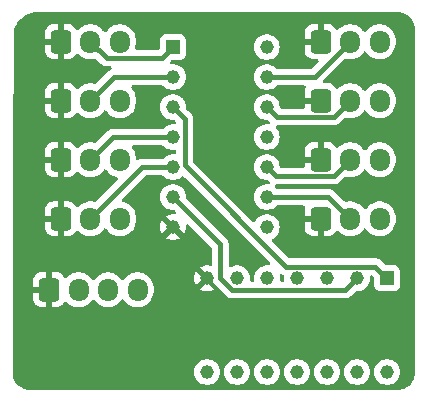
<source format=gbl>
G04 #@! TF.GenerationSoftware,KiCad,Pcbnew,8.0.8*
G04 #@! TF.CreationDate,2025-02-07T11:49:09+01:00*
G04 #@! TF.ProjectId,Senzory_gate,53656e7a-6f72-4795-9f67-6174652e6b69,rev?*
G04 #@! TF.SameCoordinates,Original*
G04 #@! TF.FileFunction,Copper,L2,Bot*
G04 #@! TF.FilePolarity,Positive*
%FSLAX46Y46*%
G04 Gerber Fmt 4.6, Leading zero omitted, Abs format (unit mm)*
G04 Created by KiCad (PCBNEW 8.0.8) date 2025-02-07 11:49:09*
%MOMM*%
%LPD*%
G01*
G04 APERTURE LIST*
G04 Aperture macros list*
%AMRoundRect*
0 Rectangle with rounded corners*
0 $1 Rounding radius*
0 $2 $3 $4 $5 $6 $7 $8 $9 X,Y pos of 4 corners*
0 Add a 4 corners polygon primitive as box body*
4,1,4,$2,$3,$4,$5,$6,$7,$8,$9,$2,$3,0*
0 Add four circle primitives for the rounded corners*
1,1,$1+$1,$2,$3*
1,1,$1+$1,$4,$5*
1,1,$1+$1,$6,$7*
1,1,$1+$1,$8,$9*
0 Add four rect primitives between the rounded corners*
20,1,$1+$1,$2,$3,$4,$5,0*
20,1,$1+$1,$4,$5,$6,$7,0*
20,1,$1+$1,$6,$7,$8,$9,0*
20,1,$1+$1,$8,$9,$2,$3,0*%
G04 Aperture macros list end*
G04 #@! TA.AperFunction,ComponentPad*
%ADD10RoundRect,0.250000X-0.600000X-0.725000X0.600000X-0.725000X0.600000X0.725000X-0.600000X0.725000X0*%
G04 #@! TD*
G04 #@! TA.AperFunction,ComponentPad*
%ADD11O,1.700000X1.950000*%
G04 #@! TD*
G04 #@! TA.AperFunction,ComponentPad*
%ADD12R,1.170000X1.170000*%
G04 #@! TD*
G04 #@! TA.AperFunction,ComponentPad*
%ADD13C,1.170000*%
G04 #@! TD*
G04 #@! TA.AperFunction,ViaPad*
%ADD14C,0.600000*%
G04 #@! TD*
G04 #@! TA.AperFunction,Conductor*
%ADD15C,0.400000*%
G04 #@! TD*
G04 APERTURE END LIST*
D10*
X104500000Y-53000000D03*
D11*
X107000000Y-53000000D03*
X109500000Y-53000000D03*
D12*
X110120000Y-73030000D03*
D13*
X107580000Y-73030000D03*
X105040000Y-73030000D03*
X102500000Y-73030000D03*
X99960000Y-73030000D03*
X97420000Y-73030000D03*
X94880000Y-73030000D03*
X94880000Y-80970000D03*
X97420000Y-80970000D03*
X99960000Y-80970000D03*
X102500000Y-80970000D03*
X105040000Y-80970000D03*
X107580000Y-80970000D03*
X110120000Y-80970000D03*
D10*
X104500000Y-68000000D03*
D11*
X107000000Y-68000000D03*
X109500000Y-68000000D03*
D10*
X104500000Y-58000000D03*
D11*
X107000000Y-58000000D03*
X109500000Y-58000000D03*
D10*
X82500000Y-53000000D03*
D11*
X85000000Y-53000000D03*
X87500000Y-53000000D03*
D10*
X82500000Y-68000000D03*
D11*
X85000000Y-68000000D03*
X87500000Y-68000000D03*
D10*
X81500000Y-74000000D03*
D11*
X84000000Y-74000000D03*
X86500000Y-74000000D03*
X89000000Y-74000000D03*
D10*
X82500000Y-58000000D03*
D11*
X85000000Y-58000000D03*
X87500000Y-58000000D03*
D10*
X104500000Y-63000000D03*
D11*
X107000000Y-63000000D03*
X109500000Y-63000000D03*
D12*
X92000000Y-53460000D03*
D13*
X92000000Y-56000000D03*
X92000000Y-58540000D03*
X92000000Y-61080000D03*
X92000000Y-63620000D03*
X92000000Y-66160000D03*
X92000000Y-68700000D03*
X99940000Y-68700000D03*
X99940000Y-66160000D03*
X99940000Y-63620000D03*
X99940000Y-61080000D03*
X99940000Y-58540000D03*
X99940000Y-56000000D03*
X99940000Y-53460000D03*
D10*
X82500000Y-63000000D03*
D11*
X85000000Y-63000000D03*
X87500000Y-63000000D03*
D14*
X80000000Y-68000000D03*
X102500000Y-58000000D03*
X79500000Y-74000000D03*
X80500000Y-58000000D03*
X102500000Y-68000000D03*
X92000000Y-71000000D03*
X102500000Y-53000000D03*
X80500000Y-53000000D03*
X80500000Y-63000000D03*
X102500000Y-63000000D03*
X93000000Y-73000000D03*
D15*
X86375000Y-54375000D02*
X91085000Y-54375000D01*
X91085000Y-54375000D02*
X92000000Y-53460000D01*
X85000000Y-53000000D02*
X86375000Y-54375000D01*
X85000000Y-58000000D02*
X87000000Y-56000000D01*
X87000000Y-56000000D02*
X92000000Y-56000000D01*
X85000000Y-63000000D02*
X86920000Y-61080000D01*
X86920000Y-61080000D02*
X92000000Y-61080000D01*
X89380000Y-63620000D02*
X92000000Y-63620000D01*
X85000000Y-68000000D02*
X89380000Y-63620000D01*
X107000000Y-68000000D02*
X105160000Y-66160000D01*
X105160000Y-66160000D02*
X99940000Y-66160000D01*
X105625000Y-64375000D02*
X100695000Y-64375000D01*
X107000000Y-63000000D02*
X105625000Y-64375000D01*
X100695000Y-64375000D02*
X99940000Y-63620000D01*
X105625000Y-59375000D02*
X100775000Y-59375000D01*
X100775000Y-59375000D02*
X99940000Y-58540000D01*
X107000000Y-58000000D02*
X105625000Y-59375000D01*
X107000000Y-53000000D02*
X104000000Y-56000000D01*
X104000000Y-56000000D02*
X99940000Y-56000000D01*
X92985000Y-59525000D02*
X92985000Y-63485000D01*
X101545000Y-72045000D02*
X109135000Y-72045000D01*
X92000000Y-58540000D02*
X92985000Y-59525000D01*
X109135000Y-72045000D02*
X110120000Y-73030000D01*
X92985000Y-63485000D02*
X101545000Y-72045000D01*
X106595000Y-74015000D02*
X97011999Y-74015000D01*
X96000000Y-73003001D02*
X96000000Y-70160000D01*
X107580000Y-73030000D02*
X106595000Y-74015000D01*
X96000000Y-70160000D02*
X92000000Y-66160000D01*
X97011999Y-74015000D02*
X96000000Y-73003001D01*
G04 #@! TA.AperFunction,Conductor*
G36*
X111005312Y-50500880D02*
G01*
X111030112Y-50502653D01*
X111202774Y-50515002D01*
X111223803Y-50518025D01*
X111412054Y-50558976D01*
X111432437Y-50564962D01*
X111612933Y-50632284D01*
X111632265Y-50641112D01*
X111801340Y-50733434D01*
X111819219Y-50744924D01*
X111850555Y-50768382D01*
X111973431Y-50860366D01*
X111989497Y-50874287D01*
X112125712Y-51010502D01*
X112139633Y-51026568D01*
X112255073Y-51180777D01*
X112266567Y-51198662D01*
X112358886Y-51367733D01*
X112367717Y-51387070D01*
X112435034Y-51567552D01*
X112441024Y-51587951D01*
X112481972Y-51776188D01*
X112484997Y-51797230D01*
X112499120Y-51994686D01*
X112499500Y-52005316D01*
X112499500Y-80994683D01*
X112499120Y-81005313D01*
X112484997Y-81202769D01*
X112481972Y-81223811D01*
X112441024Y-81412048D01*
X112435034Y-81432447D01*
X112367717Y-81612929D01*
X112358886Y-81632266D01*
X112266567Y-81801337D01*
X112255073Y-81819222D01*
X112139633Y-81973431D01*
X112125712Y-81989497D01*
X111989497Y-82125712D01*
X111973431Y-82139633D01*
X111819222Y-82255073D01*
X111801337Y-82266567D01*
X111632266Y-82358886D01*
X111612929Y-82367717D01*
X111432447Y-82435034D01*
X111412048Y-82441024D01*
X111223811Y-82481972D01*
X111202769Y-82484997D01*
X111005313Y-82499120D01*
X110994683Y-82499500D01*
X79989246Y-82499500D01*
X79989230Y-82499499D01*
X79919523Y-82499499D01*
X79908895Y-82499119D01*
X79711441Y-82484999D01*
X79690397Y-82481974D01*
X79502165Y-82441027D01*
X79481768Y-82435038D01*
X79301273Y-82367718D01*
X79281934Y-82358886D01*
X79112869Y-82266570D01*
X79094985Y-82255077D01*
X78940772Y-82139636D01*
X78924705Y-82125714D01*
X78788490Y-81989500D01*
X78774569Y-81973434D01*
X78659128Y-81819225D01*
X78647634Y-81801340D01*
X78555310Y-81632261D01*
X78546485Y-81612936D01*
X78479164Y-81432443D01*
X78473176Y-81412050D01*
X78462680Y-81363802D01*
X78432226Y-81223806D01*
X78429202Y-81202769D01*
X78426881Y-81170313D01*
X78415109Y-81005726D01*
X78414732Y-80994683D01*
X78414806Y-80969995D01*
X93789850Y-80969995D01*
X93789850Y-80970004D01*
X93808411Y-81170310D01*
X93808411Y-81170313D01*
X93863463Y-81363802D01*
X93863468Y-81363817D01*
X93953133Y-81543886D01*
X93953135Y-81543889D01*
X93953136Y-81543890D01*
X94074369Y-81704429D01*
X94190933Y-81810691D01*
X94223037Y-81839957D01*
X94223038Y-81839958D01*
X94394076Y-81945861D01*
X94394081Y-81945864D01*
X94568544Y-82013450D01*
X94581666Y-82018534D01*
X94779414Y-82055500D01*
X94779416Y-82055500D01*
X94980584Y-82055500D01*
X94980586Y-82055500D01*
X95178334Y-82018534D01*
X95272732Y-81981964D01*
X95365918Y-81945864D01*
X95365920Y-81945862D01*
X95365922Y-81945862D01*
X95536962Y-81839958D01*
X95685631Y-81704429D01*
X95806864Y-81543890D01*
X95896535Y-81363808D01*
X95951588Y-81170315D01*
X95967007Y-81003920D01*
X95970150Y-80970004D01*
X95970150Y-80969995D01*
X96329850Y-80969995D01*
X96329850Y-80970004D01*
X96348411Y-81170310D01*
X96348411Y-81170313D01*
X96403463Y-81363802D01*
X96403468Y-81363817D01*
X96493133Y-81543886D01*
X96493135Y-81543889D01*
X96493136Y-81543890D01*
X96614369Y-81704429D01*
X96730933Y-81810691D01*
X96763037Y-81839957D01*
X96763038Y-81839958D01*
X96934076Y-81945861D01*
X96934081Y-81945864D01*
X97108544Y-82013450D01*
X97121666Y-82018534D01*
X97319414Y-82055500D01*
X97319416Y-82055500D01*
X97520584Y-82055500D01*
X97520586Y-82055500D01*
X97718334Y-82018534D01*
X97812732Y-81981964D01*
X97905918Y-81945864D01*
X97905920Y-81945862D01*
X97905922Y-81945862D01*
X98076962Y-81839958D01*
X98225631Y-81704429D01*
X98346864Y-81543890D01*
X98436535Y-81363808D01*
X98491588Y-81170315D01*
X98507007Y-81003920D01*
X98510150Y-80970004D01*
X98510150Y-80969995D01*
X98869850Y-80969995D01*
X98869850Y-80970004D01*
X98888411Y-81170310D01*
X98888411Y-81170313D01*
X98943463Y-81363802D01*
X98943468Y-81363817D01*
X99033133Y-81543886D01*
X99033135Y-81543889D01*
X99033136Y-81543890D01*
X99154369Y-81704429D01*
X99270933Y-81810691D01*
X99303037Y-81839957D01*
X99303038Y-81839958D01*
X99474076Y-81945861D01*
X99474081Y-81945864D01*
X99648544Y-82013450D01*
X99661666Y-82018534D01*
X99859414Y-82055500D01*
X99859416Y-82055500D01*
X100060584Y-82055500D01*
X100060586Y-82055500D01*
X100258334Y-82018534D01*
X100352732Y-81981964D01*
X100445918Y-81945864D01*
X100445920Y-81945862D01*
X100445922Y-81945862D01*
X100616962Y-81839958D01*
X100765631Y-81704429D01*
X100886864Y-81543890D01*
X100976535Y-81363808D01*
X101031588Y-81170315D01*
X101047007Y-81003920D01*
X101050150Y-80970004D01*
X101050150Y-80969995D01*
X101409850Y-80969995D01*
X101409850Y-80970004D01*
X101428411Y-81170310D01*
X101428411Y-81170313D01*
X101483463Y-81363802D01*
X101483468Y-81363817D01*
X101573133Y-81543886D01*
X101573135Y-81543889D01*
X101573136Y-81543890D01*
X101694369Y-81704429D01*
X101810933Y-81810691D01*
X101843037Y-81839957D01*
X101843038Y-81839958D01*
X102014076Y-81945861D01*
X102014081Y-81945864D01*
X102188544Y-82013450D01*
X102201666Y-82018534D01*
X102399414Y-82055500D01*
X102399416Y-82055500D01*
X102600584Y-82055500D01*
X102600586Y-82055500D01*
X102798334Y-82018534D01*
X102892732Y-81981964D01*
X102985918Y-81945864D01*
X102985920Y-81945862D01*
X102985922Y-81945862D01*
X103156962Y-81839958D01*
X103305631Y-81704429D01*
X103426864Y-81543890D01*
X103516535Y-81363808D01*
X103571588Y-81170315D01*
X103587007Y-81003920D01*
X103590150Y-80970004D01*
X103590150Y-80969995D01*
X103949850Y-80969995D01*
X103949850Y-80970004D01*
X103968411Y-81170310D01*
X103968411Y-81170313D01*
X104023463Y-81363802D01*
X104023468Y-81363817D01*
X104113133Y-81543886D01*
X104113135Y-81543889D01*
X104113136Y-81543890D01*
X104234369Y-81704429D01*
X104350933Y-81810691D01*
X104383037Y-81839957D01*
X104383038Y-81839958D01*
X104554076Y-81945861D01*
X104554081Y-81945864D01*
X104728544Y-82013450D01*
X104741666Y-82018534D01*
X104939414Y-82055500D01*
X104939416Y-82055500D01*
X105140584Y-82055500D01*
X105140586Y-82055500D01*
X105338334Y-82018534D01*
X105432732Y-81981964D01*
X105525918Y-81945864D01*
X105525920Y-81945862D01*
X105525922Y-81945862D01*
X105696962Y-81839958D01*
X105845631Y-81704429D01*
X105966864Y-81543890D01*
X106056535Y-81363808D01*
X106111588Y-81170315D01*
X106127007Y-81003920D01*
X106130150Y-80970004D01*
X106130150Y-80969995D01*
X106489850Y-80969995D01*
X106489850Y-80970004D01*
X106508411Y-81170310D01*
X106508411Y-81170313D01*
X106563463Y-81363802D01*
X106563468Y-81363817D01*
X106653133Y-81543886D01*
X106653135Y-81543889D01*
X106653136Y-81543890D01*
X106774369Y-81704429D01*
X106890933Y-81810691D01*
X106923037Y-81839957D01*
X106923038Y-81839958D01*
X107094076Y-81945861D01*
X107094081Y-81945864D01*
X107268544Y-82013450D01*
X107281666Y-82018534D01*
X107479414Y-82055500D01*
X107479416Y-82055500D01*
X107680584Y-82055500D01*
X107680586Y-82055500D01*
X107878334Y-82018534D01*
X107972732Y-81981964D01*
X108065918Y-81945864D01*
X108065920Y-81945862D01*
X108065922Y-81945862D01*
X108236962Y-81839958D01*
X108385631Y-81704429D01*
X108506864Y-81543890D01*
X108596535Y-81363808D01*
X108651588Y-81170315D01*
X108667007Y-81003920D01*
X108670150Y-80970004D01*
X108670150Y-80969995D01*
X109029850Y-80969995D01*
X109029850Y-80970004D01*
X109048411Y-81170310D01*
X109048411Y-81170313D01*
X109103463Y-81363802D01*
X109103468Y-81363817D01*
X109193133Y-81543886D01*
X109193135Y-81543889D01*
X109193136Y-81543890D01*
X109314369Y-81704429D01*
X109430933Y-81810691D01*
X109463037Y-81839957D01*
X109463038Y-81839958D01*
X109634076Y-81945861D01*
X109634081Y-81945864D01*
X109808544Y-82013450D01*
X109821666Y-82018534D01*
X110019414Y-82055500D01*
X110019416Y-82055500D01*
X110220584Y-82055500D01*
X110220586Y-82055500D01*
X110418334Y-82018534D01*
X110512732Y-81981964D01*
X110605918Y-81945864D01*
X110605920Y-81945862D01*
X110605922Y-81945862D01*
X110776962Y-81839958D01*
X110925631Y-81704429D01*
X111046864Y-81543890D01*
X111136535Y-81363808D01*
X111191588Y-81170315D01*
X111207007Y-81003920D01*
X111210150Y-80970004D01*
X111210150Y-80969995D01*
X111191588Y-80769689D01*
X111191588Y-80769686D01*
X111136536Y-80576197D01*
X111136535Y-80576192D01*
X111136532Y-80576187D01*
X111136531Y-80576182D01*
X111046866Y-80396113D01*
X110925630Y-80235570D01*
X110776962Y-80100042D01*
X110776961Y-80100041D01*
X110605923Y-79994138D01*
X110605918Y-79994135D01*
X110418338Y-79921467D01*
X110418335Y-79921466D01*
X110418334Y-79921466D01*
X110368454Y-79912141D01*
X110220590Y-79884500D01*
X110220586Y-79884500D01*
X110019414Y-79884500D01*
X110019409Y-79884500D01*
X109821661Y-79921467D01*
X109634081Y-79994135D01*
X109634076Y-79994138D01*
X109463038Y-80100041D01*
X109463037Y-80100042D01*
X109314369Y-80235570D01*
X109193133Y-80396113D01*
X109103468Y-80576182D01*
X109103463Y-80576197D01*
X109048411Y-80769686D01*
X109048411Y-80769689D01*
X109029850Y-80969995D01*
X108670150Y-80969995D01*
X108651588Y-80769689D01*
X108651588Y-80769686D01*
X108596536Y-80576197D01*
X108596535Y-80576192D01*
X108596532Y-80576187D01*
X108596531Y-80576182D01*
X108506866Y-80396113D01*
X108385630Y-80235570D01*
X108236962Y-80100042D01*
X108236961Y-80100041D01*
X108065923Y-79994138D01*
X108065918Y-79994135D01*
X107878338Y-79921467D01*
X107878335Y-79921466D01*
X107878334Y-79921466D01*
X107828454Y-79912141D01*
X107680590Y-79884500D01*
X107680586Y-79884500D01*
X107479414Y-79884500D01*
X107479409Y-79884500D01*
X107281661Y-79921467D01*
X107094081Y-79994135D01*
X107094076Y-79994138D01*
X106923038Y-80100041D01*
X106923037Y-80100042D01*
X106774369Y-80235570D01*
X106653133Y-80396113D01*
X106563468Y-80576182D01*
X106563463Y-80576197D01*
X106508411Y-80769686D01*
X106508411Y-80769689D01*
X106489850Y-80969995D01*
X106130150Y-80969995D01*
X106111588Y-80769689D01*
X106111588Y-80769686D01*
X106056536Y-80576197D01*
X106056535Y-80576192D01*
X106056532Y-80576187D01*
X106056531Y-80576182D01*
X105966866Y-80396113D01*
X105845630Y-80235570D01*
X105696962Y-80100042D01*
X105696961Y-80100041D01*
X105525923Y-79994138D01*
X105525918Y-79994135D01*
X105338338Y-79921467D01*
X105338335Y-79921466D01*
X105338334Y-79921466D01*
X105288454Y-79912141D01*
X105140590Y-79884500D01*
X105140586Y-79884500D01*
X104939414Y-79884500D01*
X104939409Y-79884500D01*
X104741661Y-79921467D01*
X104554081Y-79994135D01*
X104554076Y-79994138D01*
X104383038Y-80100041D01*
X104383037Y-80100042D01*
X104234369Y-80235570D01*
X104113133Y-80396113D01*
X104023468Y-80576182D01*
X104023463Y-80576197D01*
X103968411Y-80769686D01*
X103968411Y-80769689D01*
X103949850Y-80969995D01*
X103590150Y-80969995D01*
X103571588Y-80769689D01*
X103571588Y-80769686D01*
X103516536Y-80576197D01*
X103516535Y-80576192D01*
X103516532Y-80576187D01*
X103516531Y-80576182D01*
X103426866Y-80396113D01*
X103305630Y-80235570D01*
X103156962Y-80100042D01*
X103156961Y-80100041D01*
X102985923Y-79994138D01*
X102985918Y-79994135D01*
X102798338Y-79921467D01*
X102798335Y-79921466D01*
X102798334Y-79921466D01*
X102748454Y-79912141D01*
X102600590Y-79884500D01*
X102600586Y-79884500D01*
X102399414Y-79884500D01*
X102399409Y-79884500D01*
X102201661Y-79921467D01*
X102014081Y-79994135D01*
X102014076Y-79994138D01*
X101843038Y-80100041D01*
X101843037Y-80100042D01*
X101694369Y-80235570D01*
X101573133Y-80396113D01*
X101483468Y-80576182D01*
X101483463Y-80576197D01*
X101428411Y-80769686D01*
X101428411Y-80769689D01*
X101409850Y-80969995D01*
X101050150Y-80969995D01*
X101031588Y-80769689D01*
X101031588Y-80769686D01*
X100976536Y-80576197D01*
X100976535Y-80576192D01*
X100976532Y-80576187D01*
X100976531Y-80576182D01*
X100886866Y-80396113D01*
X100765630Y-80235570D01*
X100616962Y-80100042D01*
X100616961Y-80100041D01*
X100445923Y-79994138D01*
X100445918Y-79994135D01*
X100258338Y-79921467D01*
X100258335Y-79921466D01*
X100258334Y-79921466D01*
X100208454Y-79912141D01*
X100060590Y-79884500D01*
X100060586Y-79884500D01*
X99859414Y-79884500D01*
X99859409Y-79884500D01*
X99661661Y-79921467D01*
X99474081Y-79994135D01*
X99474076Y-79994138D01*
X99303038Y-80100041D01*
X99303037Y-80100042D01*
X99154369Y-80235570D01*
X99033133Y-80396113D01*
X98943468Y-80576182D01*
X98943463Y-80576197D01*
X98888411Y-80769686D01*
X98888411Y-80769689D01*
X98869850Y-80969995D01*
X98510150Y-80969995D01*
X98491588Y-80769689D01*
X98491588Y-80769686D01*
X98436536Y-80576197D01*
X98436535Y-80576192D01*
X98436532Y-80576187D01*
X98436531Y-80576182D01*
X98346866Y-80396113D01*
X98225630Y-80235570D01*
X98076962Y-80100042D01*
X98076961Y-80100041D01*
X97905923Y-79994138D01*
X97905918Y-79994135D01*
X97718338Y-79921467D01*
X97718335Y-79921466D01*
X97718334Y-79921466D01*
X97668454Y-79912141D01*
X97520590Y-79884500D01*
X97520586Y-79884500D01*
X97319414Y-79884500D01*
X97319409Y-79884500D01*
X97121661Y-79921467D01*
X96934081Y-79994135D01*
X96934076Y-79994138D01*
X96763038Y-80100041D01*
X96763037Y-80100042D01*
X96614369Y-80235570D01*
X96493133Y-80396113D01*
X96403468Y-80576182D01*
X96403463Y-80576197D01*
X96348411Y-80769686D01*
X96348411Y-80769689D01*
X96329850Y-80969995D01*
X95970150Y-80969995D01*
X95951588Y-80769689D01*
X95951588Y-80769686D01*
X95896536Y-80576197D01*
X95896535Y-80576192D01*
X95896532Y-80576187D01*
X95896531Y-80576182D01*
X95806866Y-80396113D01*
X95685630Y-80235570D01*
X95536962Y-80100042D01*
X95536961Y-80100041D01*
X95365923Y-79994138D01*
X95365918Y-79994135D01*
X95178338Y-79921467D01*
X95178335Y-79921466D01*
X95178334Y-79921466D01*
X95128454Y-79912141D01*
X94980590Y-79884500D01*
X94980586Y-79884500D01*
X94779414Y-79884500D01*
X94779409Y-79884500D01*
X94581661Y-79921467D01*
X94394081Y-79994135D01*
X94394076Y-79994138D01*
X94223038Y-80100041D01*
X94223037Y-80100042D01*
X94074369Y-80235570D01*
X93953133Y-80396113D01*
X93863468Y-80576182D01*
X93863463Y-80576197D01*
X93808411Y-80769686D01*
X93808411Y-80769689D01*
X93789850Y-80969995D01*
X78414806Y-80969995D01*
X78438119Y-73225010D01*
X80150000Y-73225010D01*
X80150000Y-73750000D01*
X81095854Y-73750000D01*
X81057370Y-73816657D01*
X81025000Y-73937465D01*
X81025000Y-74062535D01*
X81057370Y-74183343D01*
X81095854Y-74250000D01*
X80150001Y-74250000D01*
X80150001Y-74774973D01*
X80160494Y-74877696D01*
X80215642Y-75044121D01*
X80307680Y-75193340D01*
X80431659Y-75317319D01*
X80580878Y-75409357D01*
X80747302Y-75464505D01*
X80747311Y-75464507D01*
X80850015Y-75474999D01*
X81250000Y-75474999D01*
X81250000Y-74404145D01*
X81316657Y-74442630D01*
X81437465Y-74475000D01*
X81562535Y-74475000D01*
X81683343Y-74442630D01*
X81750000Y-74404145D01*
X81750000Y-75474999D01*
X82149974Y-75474999D01*
X82252696Y-75464505D01*
X82419121Y-75409357D01*
X82568340Y-75317319D01*
X82692322Y-75193337D01*
X82771216Y-75065427D01*
X82827316Y-75012498D01*
X82902365Y-74994710D01*
X82976253Y-75016830D01*
X83003392Y-75038288D01*
X83120208Y-75155104D01*
X83292184Y-75280051D01*
X83481588Y-75376557D01*
X83683757Y-75442246D01*
X83893713Y-75475500D01*
X83893718Y-75475500D01*
X84106282Y-75475500D01*
X84106287Y-75475500D01*
X84316243Y-75442246D01*
X84518412Y-75376557D01*
X84707816Y-75280051D01*
X84879792Y-75155104D01*
X85030104Y-75004792D01*
X85129456Y-74868045D01*
X85189396Y-74819506D01*
X85265574Y-74807440D01*
X85337579Y-74835080D01*
X85370544Y-74868045D01*
X85469890Y-75004785D01*
X85469895Y-75004791D01*
X85469896Y-75004792D01*
X85620208Y-75155104D01*
X85792184Y-75280051D01*
X85981588Y-75376557D01*
X86183757Y-75442246D01*
X86393713Y-75475500D01*
X86393718Y-75475500D01*
X86606282Y-75475500D01*
X86606287Y-75475500D01*
X86816243Y-75442246D01*
X87018412Y-75376557D01*
X87207816Y-75280051D01*
X87379792Y-75155104D01*
X87530104Y-75004792D01*
X87629456Y-74868045D01*
X87689396Y-74819506D01*
X87765574Y-74807440D01*
X87837579Y-74835080D01*
X87870544Y-74868045D01*
X87969890Y-75004785D01*
X87969895Y-75004791D01*
X87969896Y-75004792D01*
X88120208Y-75155104D01*
X88292184Y-75280051D01*
X88481588Y-75376557D01*
X88683757Y-75442246D01*
X88893713Y-75475500D01*
X88893718Y-75475500D01*
X89106282Y-75475500D01*
X89106287Y-75475500D01*
X89316243Y-75442246D01*
X89518412Y-75376557D01*
X89707816Y-75280051D01*
X89879792Y-75155104D01*
X90030104Y-75004792D01*
X90155051Y-74832816D01*
X90251557Y-74643412D01*
X90317246Y-74441243D01*
X90350500Y-74231287D01*
X90350500Y-73768713D01*
X90317246Y-73558757D01*
X90251557Y-73356588D01*
X90155051Y-73167184D01*
X90153405Y-73164919D01*
X90122449Y-73122311D01*
X90030104Y-72995208D01*
X89879792Y-72844896D01*
X89707816Y-72719949D01*
X89518412Y-72623443D01*
X89316243Y-72557754D01*
X89106287Y-72524500D01*
X88893713Y-72524500D01*
X88718749Y-72552211D01*
X88683756Y-72557754D01*
X88481594Y-72623441D01*
X88481588Y-72623443D01*
X88481582Y-72623445D01*
X88481582Y-72623446D01*
X88292182Y-72719950D01*
X88292181Y-72719950D01*
X88120209Y-72844895D01*
X88120206Y-72844897D01*
X87969897Y-72995206D01*
X87969895Y-72995209D01*
X87870544Y-73131955D01*
X87810604Y-73180493D01*
X87734426Y-73192559D01*
X87662420Y-73164919D01*
X87629456Y-73131955D01*
X87592207Y-73080686D01*
X87530104Y-72995208D01*
X87379792Y-72844896D01*
X87207816Y-72719949D01*
X87018412Y-72623443D01*
X86816243Y-72557754D01*
X86606287Y-72524500D01*
X86393713Y-72524500D01*
X86218749Y-72552211D01*
X86183756Y-72557754D01*
X85981594Y-72623441D01*
X85981588Y-72623443D01*
X85981582Y-72623445D01*
X85981582Y-72623446D01*
X85792182Y-72719950D01*
X85792181Y-72719950D01*
X85620209Y-72844895D01*
X85620206Y-72844897D01*
X85469897Y-72995206D01*
X85469895Y-72995209D01*
X85370544Y-73131955D01*
X85310604Y-73180493D01*
X85234426Y-73192559D01*
X85162420Y-73164919D01*
X85129456Y-73131955D01*
X85092207Y-73080686D01*
X85030104Y-72995208D01*
X84879792Y-72844896D01*
X84707816Y-72719949D01*
X84518412Y-72623443D01*
X84316243Y-72557754D01*
X84106287Y-72524500D01*
X83893713Y-72524500D01*
X83718749Y-72552211D01*
X83683756Y-72557754D01*
X83481594Y-72623441D01*
X83481588Y-72623443D01*
X83481582Y-72623445D01*
X83481582Y-72623446D01*
X83292182Y-72719950D01*
X83292181Y-72719950D01*
X83120209Y-72844895D01*
X83120198Y-72844903D01*
X83003391Y-72961711D01*
X82936596Y-73000275D01*
X82859468Y-73000275D01*
X82792674Y-72961710D01*
X82771216Y-72934572D01*
X82692322Y-72806662D01*
X82568340Y-72682680D01*
X82419121Y-72590642D01*
X82252697Y-72535494D01*
X82252688Y-72535492D01*
X82149989Y-72525000D01*
X81750000Y-72525000D01*
X81750000Y-73595854D01*
X81683343Y-73557370D01*
X81562535Y-73525000D01*
X81437465Y-73525000D01*
X81316657Y-73557370D01*
X81250000Y-73595854D01*
X81250000Y-72525000D01*
X80850026Y-72525000D01*
X80747303Y-72535494D01*
X80580878Y-72590642D01*
X80431659Y-72682680D01*
X80307680Y-72806659D01*
X80215642Y-72955878D01*
X80160494Y-73122302D01*
X80160492Y-73122311D01*
X80150000Y-73225010D01*
X78438119Y-73225010D01*
X78471229Y-62225010D01*
X81150000Y-62225010D01*
X81150000Y-62750000D01*
X82095854Y-62750000D01*
X82057370Y-62816657D01*
X82025000Y-62937465D01*
X82025000Y-63062535D01*
X82057370Y-63183343D01*
X82095854Y-63250000D01*
X81150001Y-63250000D01*
X81150001Y-63774973D01*
X81160494Y-63877696D01*
X81215642Y-64044121D01*
X81307680Y-64193340D01*
X81431659Y-64317319D01*
X81580878Y-64409357D01*
X81747302Y-64464505D01*
X81747311Y-64464507D01*
X81850015Y-64474999D01*
X82250000Y-64474999D01*
X82250000Y-63404145D01*
X82316657Y-63442630D01*
X82437465Y-63475000D01*
X82562535Y-63475000D01*
X82683343Y-63442630D01*
X82750000Y-63404145D01*
X82750000Y-64474999D01*
X83149974Y-64474999D01*
X83252696Y-64464505D01*
X83419121Y-64409357D01*
X83568340Y-64317319D01*
X83692322Y-64193337D01*
X83771216Y-64065427D01*
X83827316Y-64012498D01*
X83902365Y-63994710D01*
X83976253Y-64016830D01*
X84003392Y-64038288D01*
X84120208Y-64155104D01*
X84292184Y-64280051D01*
X84481588Y-64376557D01*
X84683757Y-64442246D01*
X84893713Y-64475500D01*
X84893718Y-64475500D01*
X85106282Y-64475500D01*
X85106287Y-64475500D01*
X85316243Y-64442246D01*
X85518412Y-64376557D01*
X85707816Y-64280051D01*
X85879792Y-64155104D01*
X86030104Y-64004792D01*
X86129456Y-63868045D01*
X86189396Y-63819506D01*
X86265574Y-63807440D01*
X86337579Y-63835080D01*
X86370544Y-63868045D01*
X86469890Y-64004785D01*
X86469895Y-64004791D01*
X86469896Y-64004792D01*
X86620208Y-64155104D01*
X86792184Y-64280051D01*
X86981588Y-64376557D01*
X87183757Y-64442246D01*
X87225854Y-64448913D01*
X87296314Y-64480283D01*
X87341649Y-64542681D01*
X87349712Y-64619386D01*
X87318342Y-64689847D01*
X87307905Y-64701438D01*
X85482960Y-66526382D01*
X85416165Y-66564946D01*
X85339037Y-66564946D01*
X85331562Y-66562731D01*
X85316243Y-66557754D01*
X85106287Y-66524500D01*
X84893713Y-66524500D01*
X84725863Y-66551085D01*
X84683756Y-66557754D01*
X84481594Y-66623441D01*
X84481588Y-66623443D01*
X84481582Y-66623445D01*
X84481582Y-66623446D01*
X84292182Y-66719950D01*
X84292181Y-66719950D01*
X84120209Y-66844895D01*
X84120198Y-66844903D01*
X84003391Y-66961711D01*
X83936596Y-67000275D01*
X83859468Y-67000275D01*
X83792674Y-66961710D01*
X83771216Y-66934572D01*
X83692322Y-66806662D01*
X83568340Y-66682680D01*
X83419121Y-66590642D01*
X83252697Y-66535494D01*
X83252688Y-66535492D01*
X83149989Y-66525000D01*
X82750000Y-66525000D01*
X82750000Y-67595854D01*
X82683343Y-67557370D01*
X82562535Y-67525000D01*
X82437465Y-67525000D01*
X82316657Y-67557370D01*
X82250000Y-67595854D01*
X82250000Y-66525000D01*
X81850026Y-66525000D01*
X81747303Y-66535494D01*
X81580878Y-66590642D01*
X81431659Y-66682680D01*
X81307680Y-66806659D01*
X81215642Y-66955878D01*
X81160494Y-67122302D01*
X81160492Y-67122311D01*
X81150000Y-67225010D01*
X81150000Y-67750000D01*
X82095854Y-67750000D01*
X82057370Y-67816657D01*
X82025000Y-67937465D01*
X82025000Y-68062535D01*
X82057370Y-68183343D01*
X82095854Y-68250000D01*
X81150001Y-68250000D01*
X81150001Y-68774973D01*
X81160494Y-68877696D01*
X81215642Y-69044121D01*
X81307680Y-69193340D01*
X81431659Y-69317319D01*
X81580878Y-69409357D01*
X81747302Y-69464505D01*
X81747311Y-69464507D01*
X81850015Y-69474999D01*
X82250000Y-69474999D01*
X82250000Y-68404145D01*
X82316657Y-68442630D01*
X82437465Y-68475000D01*
X82562535Y-68475000D01*
X82683343Y-68442630D01*
X82750000Y-68404145D01*
X82750000Y-69474999D01*
X83149974Y-69474999D01*
X83252696Y-69464505D01*
X83419121Y-69409357D01*
X83568340Y-69317319D01*
X83692322Y-69193337D01*
X83771216Y-69065427D01*
X83827316Y-69012498D01*
X83902365Y-68994710D01*
X83976253Y-69016830D01*
X84003392Y-69038288D01*
X84120208Y-69155104D01*
X84292184Y-69280051D01*
X84481588Y-69376557D01*
X84683757Y-69442246D01*
X84893713Y-69475500D01*
X84893718Y-69475500D01*
X85106282Y-69475500D01*
X85106287Y-69475500D01*
X85316243Y-69442246D01*
X85518412Y-69376557D01*
X85707816Y-69280051D01*
X85879792Y-69155104D01*
X86030104Y-69004792D01*
X86079797Y-68936395D01*
X86129456Y-68868045D01*
X86189396Y-68819506D01*
X86265574Y-68807440D01*
X86337579Y-68835080D01*
X86370544Y-68868045D01*
X86469890Y-69004785D01*
X86469895Y-69004791D01*
X86469896Y-69004792D01*
X86620208Y-69155104D01*
X86792184Y-69280051D01*
X86981588Y-69376557D01*
X87183757Y-69442246D01*
X87393713Y-69475500D01*
X87393718Y-69475500D01*
X87606282Y-69475500D01*
X87606287Y-69475500D01*
X87816243Y-69442246D01*
X88018412Y-69376557D01*
X88207816Y-69280051D01*
X88379792Y-69155104D01*
X88530104Y-69004792D01*
X88655051Y-68832816D01*
X88751557Y-68643412D01*
X88817246Y-68441243D01*
X88850500Y-68231287D01*
X88850500Y-67768713D01*
X88817246Y-67558757D01*
X88751557Y-67356588D01*
X88655051Y-67167184D01*
X88653405Y-67164919D01*
X88622449Y-67122311D01*
X88530104Y-66995208D01*
X88379792Y-66844896D01*
X88207816Y-66719949D01*
X88018412Y-66623443D01*
X87917461Y-66590642D01*
X87816241Y-66557753D01*
X87816234Y-66557751D01*
X87774144Y-66551085D01*
X87703684Y-66519714D01*
X87658350Y-66457315D01*
X87650289Y-66380610D01*
X87681660Y-66310150D01*
X87692086Y-66298570D01*
X89626515Y-64364140D01*
X89693310Y-64325577D01*
X89731874Y-64320500D01*
X91099428Y-64320500D01*
X91173928Y-64340462D01*
X91199806Y-64359385D01*
X91343038Y-64489958D01*
X91514076Y-64595861D01*
X91514081Y-64595864D01*
X91688544Y-64663450D01*
X91701666Y-64668534D01*
X91899414Y-64705500D01*
X91899416Y-64705500D01*
X92100584Y-64705500D01*
X92100586Y-64705500D01*
X92298334Y-64668534D01*
X92425200Y-64619386D01*
X92485918Y-64595864D01*
X92485920Y-64595862D01*
X92485922Y-64595862D01*
X92656962Y-64489958D01*
X92730908Y-64422547D01*
X92799409Y-64387111D01*
X92876455Y-64390672D01*
X92936645Y-64427302D01*
X100204020Y-71694677D01*
X100242584Y-71761472D01*
X100242584Y-71838600D01*
X100204020Y-71905395D01*
X100137225Y-71943959D01*
X100071284Y-71946499D01*
X100060595Y-71944501D01*
X100060587Y-71944500D01*
X100060586Y-71944500D01*
X99859414Y-71944500D01*
X99859409Y-71944500D01*
X99661661Y-71981467D01*
X99474081Y-72054135D01*
X99474076Y-72054138D01*
X99303038Y-72160041D01*
X99303037Y-72160042D01*
X99154369Y-72295570D01*
X99033133Y-72456113D01*
X98943468Y-72636182D01*
X98943463Y-72636197D01*
X98888411Y-72829686D01*
X98888411Y-72829689D01*
X98869850Y-73029995D01*
X98869850Y-73030004D01*
X98881132Y-73151752D01*
X98868130Y-73227776D01*
X98818857Y-73287113D01*
X98746516Y-73313864D01*
X98732768Y-73314500D01*
X98647232Y-73314500D01*
X98572732Y-73294538D01*
X98518194Y-73240000D01*
X98498232Y-73165500D01*
X98498868Y-73151752D01*
X98510150Y-73030004D01*
X98510150Y-73029995D01*
X98499837Y-72918713D01*
X98491588Y-72829685D01*
X98436535Y-72636192D01*
X98436532Y-72636187D01*
X98436531Y-72636182D01*
X98346866Y-72456113D01*
X98257305Y-72337515D01*
X98225631Y-72295571D01*
X98076962Y-72160042D01*
X98076961Y-72160041D01*
X97905923Y-72054138D01*
X97905918Y-72054135D01*
X97718338Y-71981467D01*
X97718335Y-71981466D01*
X97718334Y-71981466D01*
X97665840Y-71971653D01*
X97520590Y-71944500D01*
X97520586Y-71944500D01*
X97319414Y-71944500D01*
X97319409Y-71944500D01*
X97121661Y-71981467D01*
X96934081Y-72054135D01*
X96934072Y-72054140D01*
X96927934Y-72057941D01*
X96854083Y-72080186D01*
X96779004Y-72062524D01*
X96722815Y-72009690D01*
X96700570Y-71935839D01*
X96700500Y-71931256D01*
X96700500Y-70091006D01*
X96673580Y-69955674D01*
X96673579Y-69955670D01*
X96620775Y-69828189D01*
X96620772Y-69828184D01*
X96592253Y-69785502D01*
X96592251Y-69785500D01*
X96544114Y-69713457D01*
X93131171Y-66300514D01*
X93092607Y-66233719D01*
X93088166Y-66181406D01*
X93090150Y-66160000D01*
X93071588Y-65959685D01*
X93016535Y-65766192D01*
X93016532Y-65766187D01*
X93016531Y-65766182D01*
X92926866Y-65586113D01*
X92805630Y-65425570D01*
X92656962Y-65290042D01*
X92656961Y-65290041D01*
X92485923Y-65184138D01*
X92485918Y-65184135D01*
X92298338Y-65111467D01*
X92298335Y-65111466D01*
X92298334Y-65111466D01*
X92248454Y-65102141D01*
X92100590Y-65074500D01*
X92100586Y-65074500D01*
X91899414Y-65074500D01*
X91899409Y-65074500D01*
X91701661Y-65111467D01*
X91514081Y-65184135D01*
X91514076Y-65184138D01*
X91343038Y-65290041D01*
X91343037Y-65290042D01*
X91194369Y-65425570D01*
X91073133Y-65586113D01*
X90983468Y-65766182D01*
X90983463Y-65766197D01*
X90928411Y-65959686D01*
X90928411Y-65959689D01*
X90909850Y-66159995D01*
X90909850Y-66160004D01*
X90928411Y-66360310D01*
X90928411Y-66360313D01*
X90983463Y-66553802D01*
X90983468Y-66553817D01*
X91073133Y-66733886D01*
X91073135Y-66733889D01*
X91073136Y-66733890D01*
X91194369Y-66894429D01*
X91238873Y-66935000D01*
X91343037Y-67029957D01*
X91343038Y-67029958D01*
X91514076Y-67135861D01*
X91514081Y-67135864D01*
X91688544Y-67203450D01*
X91701666Y-67208534D01*
X91899414Y-67245500D01*
X92033125Y-67245500D01*
X92107625Y-67265462D01*
X92138484Y-67289141D01*
X92209984Y-67360641D01*
X92248548Y-67427436D01*
X92248548Y-67504564D01*
X92209984Y-67571359D01*
X92143189Y-67609923D01*
X92104625Y-67615000D01*
X91899457Y-67615000D01*
X91701805Y-67651949D01*
X91514297Y-67724589D01*
X91430207Y-67776654D01*
X91968554Y-68315000D01*
X91949314Y-68315000D01*
X91851396Y-68341237D01*
X91763605Y-68391923D01*
X91691923Y-68463605D01*
X91641237Y-68551396D01*
X91615000Y-68649314D01*
X91615000Y-68668553D01*
X91073316Y-68126869D01*
X90983933Y-68306375D01*
X90983932Y-68306377D01*
X90928904Y-68499782D01*
X90910352Y-68699995D01*
X90910352Y-68700004D01*
X90928904Y-68900217D01*
X90983932Y-69093621D01*
X91073316Y-69273129D01*
X91615000Y-68731445D01*
X91615000Y-68750686D01*
X91641237Y-68848604D01*
X91691923Y-68936395D01*
X91763605Y-69008077D01*
X91851396Y-69058763D01*
X91949314Y-69085000D01*
X91968553Y-69085000D01*
X91430208Y-69623344D01*
X91514296Y-69675410D01*
X91701805Y-69748050D01*
X91899457Y-69784999D01*
X91899462Y-69785000D01*
X92100538Y-69785000D01*
X92100542Y-69784999D01*
X92298194Y-69748050D01*
X92485698Y-69675411D01*
X92569790Y-69623343D01*
X92031447Y-69085000D01*
X92050686Y-69085000D01*
X92148604Y-69058763D01*
X92236395Y-69008077D01*
X92308077Y-68936395D01*
X92358763Y-68848604D01*
X92385000Y-68750686D01*
X92385000Y-68731446D01*
X92926682Y-69273129D01*
X93016066Y-69093625D01*
X93071095Y-68900217D01*
X93089648Y-68700004D01*
X93089648Y-68699995D01*
X93080777Y-68604264D01*
X93093780Y-68528240D01*
X93143052Y-68468903D01*
X93215393Y-68442152D01*
X93291417Y-68455155D01*
X93334500Y-68485157D01*
X95255859Y-70406516D01*
X95294423Y-70473311D01*
X95299500Y-70511875D01*
X95299500Y-71825190D01*
X95279538Y-71899690D01*
X95225000Y-71954228D01*
X95150500Y-71974190D01*
X95123121Y-71971653D01*
X94980544Y-71945000D01*
X94779457Y-71945000D01*
X94581805Y-71981949D01*
X94394297Y-72054589D01*
X94310207Y-72106654D01*
X94848554Y-72645000D01*
X94829314Y-72645000D01*
X94731396Y-72671237D01*
X94643605Y-72721923D01*
X94571923Y-72793605D01*
X94521237Y-72881396D01*
X94495000Y-72979314D01*
X94495000Y-72998553D01*
X93953316Y-72456869D01*
X93863933Y-72636375D01*
X93863932Y-72636377D01*
X93808904Y-72829782D01*
X93790352Y-73029995D01*
X93790352Y-73030004D01*
X93808904Y-73230217D01*
X93863932Y-73423621D01*
X93953316Y-73603129D01*
X94495000Y-73061445D01*
X94495000Y-73080686D01*
X94521237Y-73178604D01*
X94571923Y-73266395D01*
X94643605Y-73338077D01*
X94731396Y-73388763D01*
X94829314Y-73415000D01*
X94848553Y-73415000D01*
X94310208Y-73953344D01*
X94394296Y-74005410D01*
X94581805Y-74078050D01*
X94779457Y-74114999D01*
X94779462Y-74115000D01*
X94980538Y-74115000D01*
X94980542Y-74114999D01*
X95178194Y-74078050D01*
X95365698Y-74005411D01*
X95449790Y-73953343D01*
X94911447Y-73415000D01*
X94930686Y-73415000D01*
X95028604Y-73388763D01*
X95116395Y-73338077D01*
X95188077Y-73266395D01*
X95238763Y-73178604D01*
X95265000Y-73080686D01*
X95265000Y-73061446D01*
X95273486Y-73069932D01*
X95312050Y-73136727D01*
X95314264Y-73146220D01*
X95326420Y-73207330D01*
X95379220Y-73334803D01*
X95379223Y-73334809D01*
X95379225Y-73334812D01*
X95455886Y-73449544D01*
X96565456Y-74559114D01*
X96680188Y-74635775D01*
X96680192Y-74635776D01*
X96680196Y-74635779D01*
X96782174Y-74678019D01*
X96807671Y-74688580D01*
X96943005Y-74715500D01*
X96943006Y-74715500D01*
X96943009Y-74715500D01*
X106663990Y-74715500D01*
X106663994Y-74715500D01*
X106799328Y-74688580D01*
X106908374Y-74643412D01*
X106926802Y-74635779D01*
X106926803Y-74635778D01*
X106926811Y-74635775D01*
X107041543Y-74559114D01*
X107441516Y-74159141D01*
X107508311Y-74120577D01*
X107546875Y-74115500D01*
X107680584Y-74115500D01*
X107680586Y-74115500D01*
X107878334Y-74078534D01*
X107972128Y-74042198D01*
X108065918Y-74005864D01*
X108065920Y-74005862D01*
X108065922Y-74005862D01*
X108236962Y-73899958D01*
X108385631Y-73764429D01*
X108506864Y-73603890D01*
X108529338Y-73558756D01*
X108596531Y-73423817D01*
X108596531Y-73423814D01*
X108596535Y-73423808D01*
X108651588Y-73230315D01*
X108670150Y-73030000D01*
X108661330Y-72934817D01*
X108674332Y-72858793D01*
X108723605Y-72799456D01*
X108795945Y-72772705D01*
X108871970Y-72785707D01*
X108915053Y-72815710D01*
X108990859Y-72891516D01*
X109029423Y-72958311D01*
X109034500Y-72996875D01*
X109034500Y-73662863D01*
X109034502Y-73662888D01*
X109040908Y-73722478D01*
X109040909Y-73722484D01*
X109091202Y-73857329D01*
X109091204Y-73857333D01*
X109177452Y-73972544D01*
X109177455Y-73972547D01*
X109292666Y-74058795D01*
X109292670Y-74058797D01*
X109427517Y-74109091D01*
X109487114Y-74115499D01*
X109487118Y-74115499D01*
X109487127Y-74115500D01*
X110752872Y-74115499D01*
X110812483Y-74109091D01*
X110908447Y-74073298D01*
X110947329Y-74058797D01*
X110947333Y-74058795D01*
X111018039Y-74005864D01*
X111062546Y-73972546D01*
X111105671Y-73914938D01*
X111148795Y-73857333D01*
X111148797Y-73857329D01*
X111188828Y-73750000D01*
X111199091Y-73722483D01*
X111200823Y-73706370D01*
X111205499Y-73662885D01*
X111205499Y-73662882D01*
X111205500Y-73662873D01*
X111205499Y-72397128D01*
X111199091Y-72337517D01*
X111154161Y-72217052D01*
X111148797Y-72202670D01*
X111148795Y-72202666D01*
X111062547Y-72087455D01*
X111062544Y-72087452D01*
X110947333Y-72001204D01*
X110947329Y-72001202D01*
X110812482Y-71950908D01*
X110752885Y-71944500D01*
X110752873Y-71944500D01*
X110086875Y-71944500D01*
X110012375Y-71924538D01*
X109981516Y-71900859D01*
X109581546Y-71500889D01*
X109581543Y-71500886D01*
X109466811Y-71424225D01*
X109466808Y-71424223D01*
X109466802Y-71424220D01*
X109339329Y-71371420D01*
X109339327Y-71371419D01*
X109203997Y-71344500D01*
X109203994Y-71344500D01*
X109203993Y-71344500D01*
X101896875Y-71344500D01*
X101822375Y-71324538D01*
X101791516Y-71300859D01*
X100398729Y-69908072D01*
X100360165Y-69841277D01*
X100360165Y-69764149D01*
X100398729Y-69697354D01*
X100425649Y-69676031D01*
X100510741Y-69623344D01*
X100596962Y-69569958D01*
X100745631Y-69434429D01*
X100866864Y-69273890D01*
X100956535Y-69093808D01*
X101011588Y-68900315D01*
X101030150Y-68700000D01*
X101025189Y-68646467D01*
X101011588Y-68499689D01*
X101011588Y-68499686D01*
X101007454Y-68485157D01*
X100956535Y-68306192D01*
X100956532Y-68306187D01*
X100956531Y-68306182D01*
X100866866Y-68126113D01*
X100818854Y-68062535D01*
X100745631Y-67965571D01*
X100596962Y-67830042D01*
X100596961Y-67830041D01*
X100425923Y-67724138D01*
X100425918Y-67724135D01*
X100238338Y-67651467D01*
X100238335Y-67651466D01*
X100238334Y-67651466D01*
X100188454Y-67642141D01*
X100040590Y-67614500D01*
X100040586Y-67614500D01*
X99839414Y-67614500D01*
X99839409Y-67614500D01*
X99641661Y-67651467D01*
X99454081Y-67724135D01*
X99454076Y-67724138D01*
X99283038Y-67830041D01*
X99283037Y-67830042D01*
X99134369Y-67965570D01*
X99013133Y-68126114D01*
X98973680Y-68205344D01*
X98922603Y-68263135D01*
X98849473Y-68287645D01*
X98773885Y-68272305D01*
X98734943Y-68244286D01*
X94110652Y-63619995D01*
X98849850Y-63619995D01*
X98849850Y-63620004D01*
X98868411Y-63820310D01*
X98868411Y-63820313D01*
X98923463Y-64013802D01*
X98923468Y-64013817D01*
X99013133Y-64193886D01*
X99013135Y-64193889D01*
X99013136Y-64193890D01*
X99134369Y-64354429D01*
X99255119Y-64464507D01*
X99283037Y-64489957D01*
X99283038Y-64489958D01*
X99454076Y-64595861D01*
X99454081Y-64595864D01*
X99628544Y-64663450D01*
X99641666Y-64668534D01*
X99839414Y-64705500D01*
X99973125Y-64705500D01*
X100047625Y-64725462D01*
X100078484Y-64749141D01*
X100149484Y-64820141D01*
X100188048Y-64886936D01*
X100188048Y-64964064D01*
X100149484Y-65030859D01*
X100082689Y-65069423D01*
X100044125Y-65074500D01*
X99839409Y-65074500D01*
X99641661Y-65111467D01*
X99454081Y-65184135D01*
X99454076Y-65184138D01*
X99283038Y-65290041D01*
X99283037Y-65290042D01*
X99134369Y-65425570D01*
X99013133Y-65586113D01*
X98923468Y-65766182D01*
X98923463Y-65766197D01*
X98868411Y-65959686D01*
X98868411Y-65959689D01*
X98849850Y-66159995D01*
X98849850Y-66160004D01*
X98868411Y-66360310D01*
X98868411Y-66360313D01*
X98923463Y-66553802D01*
X98923468Y-66553817D01*
X99013133Y-66733886D01*
X99013135Y-66733889D01*
X99013136Y-66733890D01*
X99134369Y-66894429D01*
X99178873Y-66935000D01*
X99283037Y-67029957D01*
X99283038Y-67029958D01*
X99454076Y-67135861D01*
X99454081Y-67135864D01*
X99628544Y-67203450D01*
X99641666Y-67208534D01*
X99839414Y-67245500D01*
X99839416Y-67245500D01*
X100040584Y-67245500D01*
X100040586Y-67245500D01*
X100238334Y-67208534D01*
X100345076Y-67167182D01*
X100425918Y-67135864D01*
X100425920Y-67135862D01*
X100425922Y-67135862D01*
X100596962Y-67029958D01*
X100740192Y-66899386D01*
X100808696Y-66863950D01*
X100840572Y-66860500D01*
X103040906Y-66860500D01*
X103115406Y-66880462D01*
X103169944Y-66935000D01*
X103189906Y-67009500D01*
X103182343Y-67056368D01*
X103160494Y-67122302D01*
X103160492Y-67122311D01*
X103150000Y-67225010D01*
X103150000Y-67750000D01*
X104095854Y-67750000D01*
X104057370Y-67816657D01*
X104025000Y-67937465D01*
X104025000Y-68062535D01*
X104057370Y-68183343D01*
X104095854Y-68250000D01*
X103150001Y-68250000D01*
X103150001Y-68774973D01*
X103160494Y-68877696D01*
X103215642Y-69044121D01*
X103307680Y-69193340D01*
X103431659Y-69317319D01*
X103580878Y-69409357D01*
X103747302Y-69464505D01*
X103747311Y-69464507D01*
X103850015Y-69474999D01*
X104250000Y-69474999D01*
X104250000Y-68404145D01*
X104316657Y-68442630D01*
X104437465Y-68475000D01*
X104562535Y-68475000D01*
X104683343Y-68442630D01*
X104750000Y-68404145D01*
X104750000Y-69474999D01*
X105149974Y-69474999D01*
X105252696Y-69464505D01*
X105419121Y-69409357D01*
X105568340Y-69317319D01*
X105692322Y-69193337D01*
X105771216Y-69065427D01*
X105827316Y-69012498D01*
X105902365Y-68994710D01*
X105976253Y-69016830D01*
X106003392Y-69038288D01*
X106120208Y-69155104D01*
X106292184Y-69280051D01*
X106481588Y-69376557D01*
X106683757Y-69442246D01*
X106893713Y-69475500D01*
X106893718Y-69475500D01*
X107106282Y-69475500D01*
X107106287Y-69475500D01*
X107316243Y-69442246D01*
X107518412Y-69376557D01*
X107707816Y-69280051D01*
X107879792Y-69155104D01*
X108030104Y-69004792D01*
X108079797Y-68936395D01*
X108129456Y-68868045D01*
X108189396Y-68819506D01*
X108265574Y-68807440D01*
X108337579Y-68835080D01*
X108370544Y-68868045D01*
X108469890Y-69004785D01*
X108469895Y-69004791D01*
X108469896Y-69004792D01*
X108620208Y-69155104D01*
X108792184Y-69280051D01*
X108981588Y-69376557D01*
X109183757Y-69442246D01*
X109393713Y-69475500D01*
X109393718Y-69475500D01*
X109606282Y-69475500D01*
X109606287Y-69475500D01*
X109816243Y-69442246D01*
X110018412Y-69376557D01*
X110207816Y-69280051D01*
X110379792Y-69155104D01*
X110530104Y-69004792D01*
X110655051Y-68832816D01*
X110751557Y-68643412D01*
X110817246Y-68441243D01*
X110850500Y-68231287D01*
X110850500Y-67768713D01*
X110817246Y-67558757D01*
X110751557Y-67356588D01*
X110655051Y-67167184D01*
X110653405Y-67164919D01*
X110622449Y-67122311D01*
X110530104Y-66995208D01*
X110379792Y-66844896D01*
X110207816Y-66719949D01*
X110018412Y-66623443D01*
X109816243Y-66557754D01*
X109606287Y-66524500D01*
X109393713Y-66524500D01*
X109225863Y-66551085D01*
X109183756Y-66557754D01*
X108981594Y-66623441D01*
X108981588Y-66623443D01*
X108981582Y-66623445D01*
X108981582Y-66623446D01*
X108792182Y-66719950D01*
X108792181Y-66719950D01*
X108620209Y-66844895D01*
X108620206Y-66844897D01*
X108469897Y-66995206D01*
X108469895Y-66995209D01*
X108370544Y-67131955D01*
X108310604Y-67180493D01*
X108234426Y-67192559D01*
X108162420Y-67164919D01*
X108129456Y-67131955D01*
X108055350Y-67029957D01*
X108030104Y-66995208D01*
X107879792Y-66844896D01*
X107707816Y-66719949D01*
X107518412Y-66623443D01*
X107316243Y-66557754D01*
X107106287Y-66524500D01*
X106893713Y-66524500D01*
X106683757Y-66557754D01*
X106668439Y-66562731D01*
X106591417Y-66566767D01*
X106522696Y-66531750D01*
X106517039Y-66526382D01*
X105606546Y-65615889D01*
X105606543Y-65615886D01*
X105491811Y-65539225D01*
X105491808Y-65539223D01*
X105491802Y-65539220D01*
X105364329Y-65486420D01*
X105364327Y-65486419D01*
X105228997Y-65459500D01*
X105228994Y-65459500D01*
X105228993Y-65459500D01*
X100840572Y-65459500D01*
X100766072Y-65439538D01*
X100740192Y-65420613D01*
X100645854Y-65334613D01*
X100604246Y-65269670D01*
X100600684Y-65192624D01*
X100636121Y-65124120D01*
X100701064Y-65082512D01*
X100746234Y-65075500D01*
X105693990Y-65075500D01*
X105693994Y-65075500D01*
X105829328Y-65048580D01*
X105916371Y-65012525D01*
X105956802Y-64995779D01*
X105956803Y-64995778D01*
X105956811Y-64995775D01*
X106071543Y-64919114D01*
X106517040Y-64473615D01*
X106583833Y-64435053D01*
X106660961Y-64435053D01*
X106668422Y-64437263D01*
X106683757Y-64442246D01*
X106893713Y-64475500D01*
X106893718Y-64475500D01*
X107106282Y-64475500D01*
X107106287Y-64475500D01*
X107316243Y-64442246D01*
X107518412Y-64376557D01*
X107707816Y-64280051D01*
X107879792Y-64155104D01*
X108030104Y-64004792D01*
X108129456Y-63868045D01*
X108189396Y-63819506D01*
X108265574Y-63807440D01*
X108337579Y-63835080D01*
X108370544Y-63868045D01*
X108469890Y-64004785D01*
X108469895Y-64004791D01*
X108469896Y-64004792D01*
X108620208Y-64155104D01*
X108792184Y-64280051D01*
X108981588Y-64376557D01*
X109183757Y-64442246D01*
X109393713Y-64475500D01*
X109393718Y-64475500D01*
X109606282Y-64475500D01*
X109606287Y-64475500D01*
X109816243Y-64442246D01*
X110018412Y-64376557D01*
X110207816Y-64280051D01*
X110379792Y-64155104D01*
X110530104Y-64004792D01*
X110655051Y-63832816D01*
X110751557Y-63643412D01*
X110817246Y-63441243D01*
X110850500Y-63231287D01*
X110850500Y-62768713D01*
X110817246Y-62558757D01*
X110751557Y-62356588D01*
X110655051Y-62167184D01*
X110653405Y-62164919D01*
X110622449Y-62122311D01*
X110530104Y-61995208D01*
X110379792Y-61844896D01*
X110207816Y-61719949D01*
X110018412Y-61623443D01*
X109816243Y-61557754D01*
X109606287Y-61524500D01*
X109393713Y-61524500D01*
X109218749Y-61552211D01*
X109183756Y-61557754D01*
X108981594Y-61623441D01*
X108981588Y-61623443D01*
X108981582Y-61623445D01*
X108981582Y-61623446D01*
X108792182Y-61719950D01*
X108792181Y-61719950D01*
X108620209Y-61844895D01*
X108620206Y-61844897D01*
X108469897Y-61995206D01*
X108469895Y-61995209D01*
X108370544Y-62131955D01*
X108310604Y-62180493D01*
X108234426Y-62192559D01*
X108162420Y-62164919D01*
X108129456Y-62131955D01*
X108074171Y-62055862D01*
X108030104Y-61995208D01*
X107879792Y-61844896D01*
X107707816Y-61719949D01*
X107518412Y-61623443D01*
X107316243Y-61557754D01*
X107106287Y-61524500D01*
X106893713Y-61524500D01*
X106718749Y-61552211D01*
X106683756Y-61557754D01*
X106481594Y-61623441D01*
X106481588Y-61623443D01*
X106481582Y-61623445D01*
X106481582Y-61623446D01*
X106292182Y-61719950D01*
X106292181Y-61719950D01*
X106120209Y-61844895D01*
X106120198Y-61844903D01*
X106003391Y-61961711D01*
X105936596Y-62000275D01*
X105859468Y-62000275D01*
X105792674Y-61961710D01*
X105771216Y-61934572D01*
X105692322Y-61806662D01*
X105568340Y-61682680D01*
X105419121Y-61590642D01*
X105252697Y-61535494D01*
X105252688Y-61535492D01*
X105149989Y-61525000D01*
X104750000Y-61525000D01*
X104750000Y-62595854D01*
X104683343Y-62557370D01*
X104562535Y-62525000D01*
X104437465Y-62525000D01*
X104316657Y-62557370D01*
X104250000Y-62595854D01*
X104250000Y-61525000D01*
X103850026Y-61525000D01*
X103747303Y-61535494D01*
X103580878Y-61590642D01*
X103431659Y-61682680D01*
X103307680Y-61806659D01*
X103215642Y-61955878D01*
X103160494Y-62122302D01*
X103160492Y-62122311D01*
X103150000Y-62225010D01*
X103150000Y-62750000D01*
X104095854Y-62750000D01*
X104057370Y-62816657D01*
X104025000Y-62937465D01*
X104025000Y-63062535D01*
X104057370Y-63183343D01*
X104095854Y-63250000D01*
X103150001Y-63250000D01*
X103150001Y-63525500D01*
X103130039Y-63600000D01*
X103075501Y-63654538D01*
X103001001Y-63674500D01*
X101171032Y-63674500D01*
X101096532Y-63654538D01*
X101041994Y-63600000D01*
X101022668Y-63539248D01*
X101011589Y-63419689D01*
X101011588Y-63419686D01*
X101011588Y-63419685D01*
X100956535Y-63226192D01*
X100956532Y-63226187D01*
X100956531Y-63226182D01*
X100866866Y-63046113D01*
X100861084Y-63038457D01*
X100745631Y-62885571D01*
X100596962Y-62750042D01*
X100596961Y-62750041D01*
X100425923Y-62644138D01*
X100425918Y-62644135D01*
X100238338Y-62571467D01*
X100238335Y-62571466D01*
X100238334Y-62571466D01*
X100170348Y-62558757D01*
X100040590Y-62534500D01*
X100040586Y-62534500D01*
X99839414Y-62534500D01*
X99839409Y-62534500D01*
X99641661Y-62571467D01*
X99454081Y-62644135D01*
X99454076Y-62644138D01*
X99283038Y-62750041D01*
X99283037Y-62750042D01*
X99134369Y-62885570D01*
X99013133Y-63046113D01*
X98923468Y-63226182D01*
X98923463Y-63226197D01*
X98868411Y-63419686D01*
X98868411Y-63419689D01*
X98849850Y-63619995D01*
X94110652Y-63619995D01*
X93729141Y-63238484D01*
X93690577Y-63171689D01*
X93685500Y-63133125D01*
X93685500Y-59456006D01*
X93669696Y-59376557D01*
X93658580Y-59320672D01*
X93605775Y-59193189D01*
X93580327Y-59155104D01*
X93529116Y-59078461D01*
X93529114Y-59078458D01*
X93431542Y-58980886D01*
X93283472Y-58832816D01*
X93131171Y-58680514D01*
X93092607Y-58613719D01*
X93088166Y-58561406D01*
X93090150Y-58540000D01*
X93090080Y-58539248D01*
X93079837Y-58428713D01*
X93071588Y-58339685D01*
X93016535Y-58146192D01*
X93016532Y-58146187D01*
X93016531Y-58146182D01*
X92926866Y-57966113D01*
X92814002Y-57816657D01*
X92805631Y-57805571D01*
X92765199Y-57768713D01*
X92656962Y-57670042D01*
X92656961Y-57670041D01*
X92485923Y-57564138D01*
X92485918Y-57564135D01*
X92298338Y-57491467D01*
X92298335Y-57491466D01*
X92298334Y-57491466D01*
X92248454Y-57482141D01*
X92100590Y-57454500D01*
X92100586Y-57454500D01*
X91899414Y-57454500D01*
X91899409Y-57454500D01*
X91701661Y-57491467D01*
X91514081Y-57564135D01*
X91514076Y-57564138D01*
X91343038Y-57670041D01*
X91343037Y-57670042D01*
X91194369Y-57805570D01*
X91073133Y-57966113D01*
X90983468Y-58146182D01*
X90983463Y-58146197D01*
X90928411Y-58339686D01*
X90928411Y-58339689D01*
X90909850Y-58539995D01*
X90909850Y-58540004D01*
X90928411Y-58740310D01*
X90928411Y-58740313D01*
X90983463Y-58933802D01*
X90983468Y-58933817D01*
X91073133Y-59113886D01*
X91194369Y-59274429D01*
X91343037Y-59409957D01*
X91343038Y-59409958D01*
X91514076Y-59515861D01*
X91514081Y-59515864D01*
X91688544Y-59583450D01*
X91701666Y-59588534D01*
X91899414Y-59625500D01*
X92033126Y-59625500D01*
X92107626Y-59645462D01*
X92138485Y-59669141D01*
X92209485Y-59740141D01*
X92248049Y-59806936D01*
X92248049Y-59884064D01*
X92209485Y-59950859D01*
X92142690Y-59989423D01*
X92104126Y-59994500D01*
X91899409Y-59994500D01*
X91701661Y-60031467D01*
X91514081Y-60104135D01*
X91514076Y-60104138D01*
X91343038Y-60210041D01*
X91343038Y-60210042D01*
X91199808Y-60340613D01*
X91131304Y-60376050D01*
X91099428Y-60379500D01*
X86851002Y-60379500D01*
X86715672Y-60406419D01*
X86715670Y-60406420D01*
X86588197Y-60459220D01*
X86588184Y-60459228D01*
X86473458Y-60535885D01*
X86473453Y-60535889D01*
X85482960Y-61526382D01*
X85416165Y-61564946D01*
X85339037Y-61564946D01*
X85331557Y-61562730D01*
X85316243Y-61557754D01*
X85106287Y-61524500D01*
X84893713Y-61524500D01*
X84718749Y-61552211D01*
X84683756Y-61557754D01*
X84481594Y-61623441D01*
X84481588Y-61623443D01*
X84481582Y-61623445D01*
X84481582Y-61623446D01*
X84292182Y-61719950D01*
X84292181Y-61719950D01*
X84120209Y-61844895D01*
X84120198Y-61844903D01*
X84003391Y-61961711D01*
X83936596Y-62000275D01*
X83859468Y-62000275D01*
X83792674Y-61961710D01*
X83771216Y-61934572D01*
X83692322Y-61806662D01*
X83568340Y-61682680D01*
X83419121Y-61590642D01*
X83252697Y-61535494D01*
X83252688Y-61535492D01*
X83149989Y-61525000D01*
X82750000Y-61525000D01*
X82750000Y-62595854D01*
X82683343Y-62557370D01*
X82562535Y-62525000D01*
X82437465Y-62525000D01*
X82316657Y-62557370D01*
X82250000Y-62595854D01*
X82250000Y-61525000D01*
X81850026Y-61525000D01*
X81747303Y-61535494D01*
X81580878Y-61590642D01*
X81431659Y-61682680D01*
X81307680Y-61806659D01*
X81215642Y-61955878D01*
X81160494Y-62122302D01*
X81160492Y-62122311D01*
X81150000Y-62225010D01*
X78471229Y-62225010D01*
X78500269Y-52576981D01*
X78500500Y-52573570D01*
X78500500Y-52504872D01*
X78500819Y-52495127D01*
X78501539Y-52484138D01*
X78516967Y-52248751D01*
X78519511Y-52229434D01*
X78520391Y-52225010D01*
X81150000Y-52225010D01*
X81150000Y-52750000D01*
X82095854Y-52750000D01*
X82057370Y-52816657D01*
X82025000Y-52937465D01*
X82025000Y-53062535D01*
X82057370Y-53183343D01*
X82095854Y-53250000D01*
X81150001Y-53250000D01*
X81150001Y-53774973D01*
X81160494Y-53877696D01*
X81215642Y-54044121D01*
X81307680Y-54193340D01*
X81431659Y-54317319D01*
X81580878Y-54409357D01*
X81747302Y-54464505D01*
X81747311Y-54464507D01*
X81850015Y-54474999D01*
X82250000Y-54474999D01*
X82250000Y-53404145D01*
X82316657Y-53442630D01*
X82437465Y-53475000D01*
X82562535Y-53475000D01*
X82683343Y-53442630D01*
X82750000Y-53404145D01*
X82750000Y-54474999D01*
X83149974Y-54474999D01*
X83252696Y-54464505D01*
X83419121Y-54409357D01*
X83568340Y-54317319D01*
X83692322Y-54193337D01*
X83771216Y-54065427D01*
X83827316Y-54012498D01*
X83902365Y-53994710D01*
X83976253Y-54016830D01*
X84003392Y-54038288D01*
X84120208Y-54155104D01*
X84292184Y-54280051D01*
X84481588Y-54376557D01*
X84683757Y-54442246D01*
X84893713Y-54475500D01*
X84893718Y-54475500D01*
X85106282Y-54475500D01*
X85106287Y-54475500D01*
X85316243Y-54442246D01*
X85331554Y-54437270D01*
X85408571Y-54433230D01*
X85477295Y-54468242D01*
X85482960Y-54473617D01*
X85928457Y-54919114D01*
X86043189Y-54995775D01*
X86043193Y-54995776D01*
X86043197Y-54995779D01*
X86145175Y-55038019D01*
X86170672Y-55048580D01*
X86306006Y-55075500D01*
X86306007Y-55075500D01*
X86306010Y-55075500D01*
X86652373Y-55075500D01*
X86726873Y-55095462D01*
X86781411Y-55150000D01*
X86801373Y-55224500D01*
X86781411Y-55299000D01*
X86726873Y-55353538D01*
X86709392Y-55362158D01*
X86668197Y-55379221D01*
X86668191Y-55379223D01*
X86668189Y-55379225D01*
X86668186Y-55379226D01*
X86668184Y-55379228D01*
X86553458Y-55455885D01*
X86553453Y-55455889D01*
X85482960Y-56526382D01*
X85416165Y-56564946D01*
X85339037Y-56564946D01*
X85331557Y-56562730D01*
X85316243Y-56557754D01*
X85106287Y-56524500D01*
X84893713Y-56524500D01*
X84718749Y-56552211D01*
X84683756Y-56557754D01*
X84489799Y-56620775D01*
X84481588Y-56623443D01*
X84481582Y-56623445D01*
X84481582Y-56623446D01*
X84292182Y-56719950D01*
X84292181Y-56719950D01*
X84120209Y-56844895D01*
X84120198Y-56844903D01*
X84003391Y-56961711D01*
X83936596Y-57000275D01*
X83859468Y-57000275D01*
X83792674Y-56961710D01*
X83771216Y-56934572D01*
X83692322Y-56806662D01*
X83568340Y-56682680D01*
X83419121Y-56590642D01*
X83252697Y-56535494D01*
X83252688Y-56535492D01*
X83149989Y-56525000D01*
X82750000Y-56525000D01*
X82750000Y-57595854D01*
X82683343Y-57557370D01*
X82562535Y-57525000D01*
X82437465Y-57525000D01*
X82316657Y-57557370D01*
X82250000Y-57595854D01*
X82250000Y-56525000D01*
X81850026Y-56525000D01*
X81747303Y-56535494D01*
X81580878Y-56590642D01*
X81431659Y-56682680D01*
X81307680Y-56806659D01*
X81215642Y-56955878D01*
X81160494Y-57122302D01*
X81160492Y-57122311D01*
X81150000Y-57225010D01*
X81150000Y-57750000D01*
X82095854Y-57750000D01*
X82057370Y-57816657D01*
X82025000Y-57937465D01*
X82025000Y-58062535D01*
X82057370Y-58183343D01*
X82095854Y-58250000D01*
X81150001Y-58250000D01*
X81150001Y-58774973D01*
X81160494Y-58877696D01*
X81215642Y-59044121D01*
X81307680Y-59193340D01*
X81431659Y-59317319D01*
X81580878Y-59409357D01*
X81747302Y-59464505D01*
X81747311Y-59464507D01*
X81850015Y-59474999D01*
X82250000Y-59474999D01*
X82250000Y-58404145D01*
X82316657Y-58442630D01*
X82437465Y-58475000D01*
X82562535Y-58475000D01*
X82683343Y-58442630D01*
X82750000Y-58404145D01*
X82750000Y-59474999D01*
X83149974Y-59474999D01*
X83252696Y-59464505D01*
X83419121Y-59409357D01*
X83568340Y-59317319D01*
X83692322Y-59193337D01*
X83771216Y-59065427D01*
X83827316Y-59012498D01*
X83902365Y-58994710D01*
X83976253Y-59016830D01*
X84003392Y-59038288D01*
X84120208Y-59155104D01*
X84292184Y-59280051D01*
X84481588Y-59376557D01*
X84683757Y-59442246D01*
X84893713Y-59475500D01*
X84893718Y-59475500D01*
X85106282Y-59475500D01*
X85106287Y-59475500D01*
X85316243Y-59442246D01*
X85518412Y-59376557D01*
X85707816Y-59280051D01*
X85879792Y-59155104D01*
X86030104Y-59004792D01*
X86129456Y-58868045D01*
X86189396Y-58819506D01*
X86265574Y-58807440D01*
X86337579Y-58835080D01*
X86370544Y-58868045D01*
X86469890Y-59004785D01*
X86469895Y-59004791D01*
X86469896Y-59004792D01*
X86620208Y-59155104D01*
X86792184Y-59280051D01*
X86981588Y-59376557D01*
X87183757Y-59442246D01*
X87393713Y-59475500D01*
X87393718Y-59475500D01*
X87606282Y-59475500D01*
X87606287Y-59475500D01*
X87816243Y-59442246D01*
X88018412Y-59376557D01*
X88207816Y-59280051D01*
X88379792Y-59155104D01*
X88530104Y-59004792D01*
X88655051Y-58832816D01*
X88751557Y-58643412D01*
X88817246Y-58441243D01*
X88850500Y-58231287D01*
X88850500Y-57768713D01*
X88817246Y-57558757D01*
X88751557Y-57356588D01*
X88655051Y-57167184D01*
X88653405Y-57164919D01*
X88622449Y-57122311D01*
X88530104Y-56995208D01*
X88489755Y-56954859D01*
X88451191Y-56888064D01*
X88451191Y-56810936D01*
X88489755Y-56744141D01*
X88556550Y-56705577D01*
X88595114Y-56700500D01*
X91099428Y-56700500D01*
X91173928Y-56720462D01*
X91199806Y-56739385D01*
X91343038Y-56869958D01*
X91514076Y-56975861D01*
X91514081Y-56975864D01*
X91688544Y-57043450D01*
X91701666Y-57048534D01*
X91899414Y-57085500D01*
X91899416Y-57085500D01*
X92100584Y-57085500D01*
X92100586Y-57085500D01*
X92298334Y-57048534D01*
X92435982Y-56995209D01*
X92485918Y-56975864D01*
X92485920Y-56975862D01*
X92485922Y-56975862D01*
X92656962Y-56869958D01*
X92805631Y-56734429D01*
X92926864Y-56573890D01*
X92945984Y-56535492D01*
X93016531Y-56393817D01*
X93016531Y-56393814D01*
X93016535Y-56393808D01*
X93071588Y-56200315D01*
X93090150Y-56000000D01*
X93090150Y-55999995D01*
X98849850Y-55999995D01*
X98849850Y-56000004D01*
X98868411Y-56200310D01*
X98868411Y-56200313D01*
X98923463Y-56393802D01*
X98923468Y-56393817D01*
X99013133Y-56573886D01*
X99013135Y-56573889D01*
X99013136Y-56573890D01*
X99134369Y-56734429D01*
X99178873Y-56775000D01*
X99283037Y-56869957D01*
X99283038Y-56869958D01*
X99454076Y-56975861D01*
X99454081Y-56975864D01*
X99628544Y-57043450D01*
X99641666Y-57048534D01*
X99839414Y-57085500D01*
X99839416Y-57085500D01*
X100040584Y-57085500D01*
X100040586Y-57085500D01*
X100238334Y-57048534D01*
X100375982Y-56995209D01*
X100425918Y-56975864D01*
X100425920Y-56975862D01*
X100425922Y-56975862D01*
X100596962Y-56869958D01*
X100740192Y-56739386D01*
X100808696Y-56703950D01*
X100840572Y-56700500D01*
X103106193Y-56700500D01*
X103180693Y-56720462D01*
X103235231Y-56775000D01*
X103255193Y-56849500D01*
X103235231Y-56924000D01*
X103233010Y-56927721D01*
X103215642Y-56955878D01*
X103160494Y-57122302D01*
X103160492Y-57122311D01*
X103150000Y-57225010D01*
X103150000Y-57750000D01*
X104095854Y-57750000D01*
X104057370Y-57816657D01*
X104025000Y-57937465D01*
X104025000Y-58062535D01*
X104057370Y-58183343D01*
X104095854Y-58250000D01*
X103150001Y-58250000D01*
X103150001Y-58525500D01*
X103130039Y-58600000D01*
X103075501Y-58654538D01*
X103001001Y-58674500D01*
X101178445Y-58674500D01*
X101103945Y-58654538D01*
X101049407Y-58600000D01*
X101030081Y-58539248D01*
X101011589Y-58339689D01*
X101011588Y-58339686D01*
X100997923Y-58291657D01*
X100956535Y-58146192D01*
X100956532Y-58146187D01*
X100956531Y-58146182D01*
X100866866Y-57966113D01*
X100754002Y-57816657D01*
X100745631Y-57805571D01*
X100705199Y-57768713D01*
X100596962Y-57670042D01*
X100596961Y-57670041D01*
X100425923Y-57564138D01*
X100425918Y-57564135D01*
X100238338Y-57491467D01*
X100238335Y-57491466D01*
X100238334Y-57491466D01*
X100188454Y-57482141D01*
X100040590Y-57454500D01*
X100040586Y-57454500D01*
X99839414Y-57454500D01*
X99839409Y-57454500D01*
X99641661Y-57491467D01*
X99454081Y-57564135D01*
X99454076Y-57564138D01*
X99283038Y-57670041D01*
X99283037Y-57670042D01*
X99134369Y-57805570D01*
X99013133Y-57966113D01*
X98923468Y-58146182D01*
X98923463Y-58146197D01*
X98868411Y-58339686D01*
X98868411Y-58339689D01*
X98849850Y-58539995D01*
X98849850Y-58540004D01*
X98868411Y-58740310D01*
X98868411Y-58740313D01*
X98923463Y-58933802D01*
X98923468Y-58933817D01*
X99013133Y-59113886D01*
X99134369Y-59274429D01*
X99283037Y-59409957D01*
X99283038Y-59409958D01*
X99454076Y-59515861D01*
X99454081Y-59515864D01*
X99628544Y-59583450D01*
X99641666Y-59588534D01*
X99839414Y-59625500D01*
X99973126Y-59625500D01*
X100047626Y-59645462D01*
X100078485Y-59669141D01*
X100149485Y-59740141D01*
X100188049Y-59806936D01*
X100188049Y-59884064D01*
X100149485Y-59950859D01*
X100082690Y-59989423D01*
X100044126Y-59994500D01*
X99839409Y-59994500D01*
X99641661Y-60031467D01*
X99454081Y-60104135D01*
X99454076Y-60104138D01*
X99283038Y-60210041D01*
X99283037Y-60210042D01*
X99134369Y-60345570D01*
X99013133Y-60506113D01*
X98923468Y-60686182D01*
X98923463Y-60686197D01*
X98868411Y-60879686D01*
X98868411Y-60879689D01*
X98849850Y-61079995D01*
X98849850Y-61080004D01*
X98868411Y-61280310D01*
X98868411Y-61280313D01*
X98923463Y-61473802D01*
X98923468Y-61473817D01*
X99013133Y-61653886D01*
X99013135Y-61653889D01*
X99013136Y-61653890D01*
X99134369Y-61814429D01*
X99277680Y-61945074D01*
X99283037Y-61949957D01*
X99283038Y-61949958D01*
X99454076Y-62055861D01*
X99454081Y-62055864D01*
X99625579Y-62122302D01*
X99641666Y-62128534D01*
X99839414Y-62165500D01*
X99839416Y-62165500D01*
X100040584Y-62165500D01*
X100040586Y-62165500D01*
X100238334Y-62128534D01*
X100332128Y-62092198D01*
X100425918Y-62055864D01*
X100425920Y-62055862D01*
X100425922Y-62055862D01*
X100596962Y-61949958D01*
X100745631Y-61814429D01*
X100866864Y-61653890D01*
X100866866Y-61653886D01*
X100956531Y-61473817D01*
X100956531Y-61473814D01*
X100956535Y-61473808D01*
X101011588Y-61280315D01*
X101030150Y-61080000D01*
X101011588Y-60879685D01*
X100956535Y-60686192D01*
X100956532Y-60686187D01*
X100956531Y-60686182D01*
X100866866Y-60506113D01*
X100768647Y-60376050D01*
X100745631Y-60345571D01*
X100745628Y-60345568D01*
X100733609Y-60334611D01*
X100692002Y-60269669D01*
X100688441Y-60192623D01*
X100723880Y-60124118D01*
X100788822Y-60082511D01*
X100833991Y-60075500D01*
X105693990Y-60075500D01*
X105693994Y-60075500D01*
X105829328Y-60048580D01*
X105916371Y-60012525D01*
X105956802Y-59995779D01*
X105956803Y-59995778D01*
X105956811Y-59995775D01*
X106071543Y-59919114D01*
X106517040Y-59473615D01*
X106583833Y-59435053D01*
X106660961Y-59435053D01*
X106668422Y-59437263D01*
X106683757Y-59442246D01*
X106893713Y-59475500D01*
X106893718Y-59475500D01*
X107106282Y-59475500D01*
X107106287Y-59475500D01*
X107316243Y-59442246D01*
X107518412Y-59376557D01*
X107707816Y-59280051D01*
X107879792Y-59155104D01*
X108030104Y-59004792D01*
X108129456Y-58868045D01*
X108189396Y-58819506D01*
X108265574Y-58807440D01*
X108337579Y-58835080D01*
X108370544Y-58868045D01*
X108469890Y-59004785D01*
X108469895Y-59004791D01*
X108469896Y-59004792D01*
X108620208Y-59155104D01*
X108792184Y-59280051D01*
X108981588Y-59376557D01*
X109183757Y-59442246D01*
X109393713Y-59475500D01*
X109393718Y-59475500D01*
X109606282Y-59475500D01*
X109606287Y-59475500D01*
X109816243Y-59442246D01*
X110018412Y-59376557D01*
X110207816Y-59280051D01*
X110379792Y-59155104D01*
X110530104Y-59004792D01*
X110655051Y-58832816D01*
X110751557Y-58643412D01*
X110817246Y-58441243D01*
X110850500Y-58231287D01*
X110850500Y-57768713D01*
X110817246Y-57558757D01*
X110751557Y-57356588D01*
X110655051Y-57167184D01*
X110653405Y-57164919D01*
X110622449Y-57122311D01*
X110530104Y-56995208D01*
X110379792Y-56844896D01*
X110207816Y-56719949D01*
X110018412Y-56623443D01*
X109816243Y-56557754D01*
X109606287Y-56524500D01*
X109393713Y-56524500D01*
X109218749Y-56552211D01*
X109183756Y-56557754D01*
X108989799Y-56620775D01*
X108981588Y-56623443D01*
X108981582Y-56623445D01*
X108981582Y-56623446D01*
X108792182Y-56719950D01*
X108792181Y-56719950D01*
X108620209Y-56844895D01*
X108620206Y-56844897D01*
X108469897Y-56995206D01*
X108469895Y-56995209D01*
X108370544Y-57131955D01*
X108310604Y-57180493D01*
X108234426Y-57192559D01*
X108162420Y-57164919D01*
X108129456Y-57131955D01*
X108109127Y-57103974D01*
X108030104Y-56995208D01*
X107879792Y-56844896D01*
X107707816Y-56719949D01*
X107518412Y-56623443D01*
X107316243Y-56557754D01*
X107106287Y-56524500D01*
X106893713Y-56524500D01*
X106718749Y-56552211D01*
X106683756Y-56557754D01*
X106489799Y-56620775D01*
X106481588Y-56623443D01*
X106481582Y-56623445D01*
X106481582Y-56623446D01*
X106292182Y-56719950D01*
X106292181Y-56719950D01*
X106120209Y-56844895D01*
X106120198Y-56844903D01*
X106003391Y-56961711D01*
X105936596Y-57000275D01*
X105859468Y-57000275D01*
X105792674Y-56961710D01*
X105771216Y-56934572D01*
X105692322Y-56806662D01*
X105568340Y-56682680D01*
X105419121Y-56590642D01*
X105252697Y-56535494D01*
X105252688Y-56535492D01*
X105149989Y-56525000D01*
X104825374Y-56525000D01*
X104750874Y-56505038D01*
X104696336Y-56450500D01*
X104676374Y-56376000D01*
X104696336Y-56301500D01*
X104720012Y-56270644D01*
X106517040Y-54473615D01*
X106583833Y-54435053D01*
X106660961Y-54435053D01*
X106668422Y-54437263D01*
X106683757Y-54442246D01*
X106893713Y-54475500D01*
X106893718Y-54475500D01*
X107106282Y-54475500D01*
X107106287Y-54475500D01*
X107316243Y-54442246D01*
X107518412Y-54376557D01*
X107707816Y-54280051D01*
X107879792Y-54155104D01*
X108030104Y-54004792D01*
X108129456Y-53868045D01*
X108189396Y-53819506D01*
X108265574Y-53807440D01*
X108337579Y-53835080D01*
X108370544Y-53868045D01*
X108469890Y-54004785D01*
X108469895Y-54004791D01*
X108469896Y-54004792D01*
X108620208Y-54155104D01*
X108792184Y-54280051D01*
X108981588Y-54376557D01*
X109183757Y-54442246D01*
X109393713Y-54475500D01*
X109393718Y-54475500D01*
X109606282Y-54475500D01*
X109606287Y-54475500D01*
X109816243Y-54442246D01*
X110018412Y-54376557D01*
X110207816Y-54280051D01*
X110379792Y-54155104D01*
X110530104Y-54004792D01*
X110655051Y-53832816D01*
X110751557Y-53643412D01*
X110817246Y-53441243D01*
X110850500Y-53231287D01*
X110850500Y-52768713D01*
X110817246Y-52558757D01*
X110751557Y-52356588D01*
X110655051Y-52167184D01*
X110653405Y-52164919D01*
X110622449Y-52122311D01*
X110530104Y-51995208D01*
X110379792Y-51844896D01*
X110207816Y-51719949D01*
X110018412Y-51623443D01*
X109816243Y-51557754D01*
X109606287Y-51524500D01*
X109393713Y-51524500D01*
X109218749Y-51552211D01*
X109183756Y-51557754D01*
X108981594Y-51623441D01*
X108981588Y-51623443D01*
X108981582Y-51623445D01*
X108981582Y-51623446D01*
X108792182Y-51719950D01*
X108792181Y-51719950D01*
X108620209Y-51844895D01*
X108620206Y-51844897D01*
X108469897Y-51995206D01*
X108469895Y-51995209D01*
X108370544Y-52131955D01*
X108310604Y-52180493D01*
X108234426Y-52192559D01*
X108162420Y-52164919D01*
X108129456Y-52131955D01*
X108109127Y-52103974D01*
X108030104Y-51995208D01*
X107879792Y-51844896D01*
X107707816Y-51719949D01*
X107518412Y-51623443D01*
X107316243Y-51557754D01*
X107106287Y-51524500D01*
X106893713Y-51524500D01*
X106718749Y-51552211D01*
X106683756Y-51557754D01*
X106481594Y-51623441D01*
X106481588Y-51623443D01*
X106481582Y-51623445D01*
X106481582Y-51623446D01*
X106292182Y-51719950D01*
X106292181Y-51719950D01*
X106120209Y-51844895D01*
X106120198Y-51844903D01*
X106003391Y-51961711D01*
X105936596Y-52000275D01*
X105859468Y-52000275D01*
X105792674Y-51961710D01*
X105771216Y-51934572D01*
X105692322Y-51806662D01*
X105568340Y-51682680D01*
X105419121Y-51590642D01*
X105252697Y-51535494D01*
X105252688Y-51535492D01*
X105149989Y-51525000D01*
X104750000Y-51525000D01*
X104750000Y-52595854D01*
X104683343Y-52557370D01*
X104562535Y-52525000D01*
X104437465Y-52525000D01*
X104316657Y-52557370D01*
X104250000Y-52595854D01*
X104250000Y-51525000D01*
X103850026Y-51525000D01*
X103747303Y-51535494D01*
X103580878Y-51590642D01*
X103431659Y-51682680D01*
X103307680Y-51806659D01*
X103215642Y-51955878D01*
X103160494Y-52122302D01*
X103160492Y-52122311D01*
X103150000Y-52225010D01*
X103150000Y-52750000D01*
X104095854Y-52750000D01*
X104057370Y-52816657D01*
X104025000Y-52937465D01*
X104025000Y-53062535D01*
X104057370Y-53183343D01*
X104095854Y-53250000D01*
X103150001Y-53250000D01*
X103150001Y-53774973D01*
X103160494Y-53877696D01*
X103215642Y-54044121D01*
X103307680Y-54193340D01*
X103431659Y-54317319D01*
X103580878Y-54409357D01*
X103747302Y-54464505D01*
X103747311Y-54464507D01*
X103850015Y-54474999D01*
X104174624Y-54474999D01*
X104249124Y-54494961D01*
X104303662Y-54549499D01*
X104323624Y-54623999D01*
X104303662Y-54698499D01*
X104279983Y-54729358D01*
X103753484Y-55255859D01*
X103686689Y-55294423D01*
X103648125Y-55299500D01*
X100840572Y-55299500D01*
X100766072Y-55279538D01*
X100740192Y-55260613D01*
X100700578Y-55224500D01*
X100596962Y-55130042D01*
X100596961Y-55130041D01*
X100425923Y-55024138D01*
X100425918Y-55024135D01*
X100238338Y-54951467D01*
X100238335Y-54951466D01*
X100238334Y-54951466D01*
X100188454Y-54942141D01*
X100040590Y-54914500D01*
X100040586Y-54914500D01*
X99839414Y-54914500D01*
X99839409Y-54914500D01*
X99641661Y-54951467D01*
X99454081Y-55024135D01*
X99454076Y-55024138D01*
X99283038Y-55130041D01*
X99283037Y-55130042D01*
X99134369Y-55265570D01*
X99013133Y-55426113D01*
X98923468Y-55606182D01*
X98923463Y-55606197D01*
X98868411Y-55799686D01*
X98868411Y-55799689D01*
X98849850Y-55999995D01*
X93090150Y-55999995D01*
X93071588Y-55799685D01*
X93016535Y-55606192D01*
X93016532Y-55606187D01*
X93016531Y-55606182D01*
X92926866Y-55426113D01*
X92805630Y-55265570D01*
X92656962Y-55130042D01*
X92656961Y-55130041D01*
X92485923Y-55024138D01*
X92485918Y-55024135D01*
X92298338Y-54951467D01*
X92298335Y-54951466D01*
X92298334Y-54951466D01*
X92248454Y-54942141D01*
X92100590Y-54914500D01*
X92100586Y-54914500D01*
X91899414Y-54914500D01*
X91895874Y-54914500D01*
X91821374Y-54894538D01*
X91766836Y-54840000D01*
X91746874Y-54765500D01*
X91766836Y-54691000D01*
X91790515Y-54660141D01*
X91861516Y-54589140D01*
X91928311Y-54550576D01*
X91966875Y-54545499D01*
X92632864Y-54545499D01*
X92632872Y-54545499D01*
X92692483Y-54539091D01*
X92810802Y-54494961D01*
X92827329Y-54488797D01*
X92827333Y-54488795D01*
X92898039Y-54435864D01*
X92942546Y-54402546D01*
X92985671Y-54344938D01*
X93028795Y-54287333D01*
X93028797Y-54287329D01*
X93079091Y-54152482D01*
X93085499Y-54092885D01*
X93085499Y-54092882D01*
X93085500Y-54092873D01*
X93085499Y-53459995D01*
X98849850Y-53459995D01*
X98849850Y-53460004D01*
X98868411Y-53660310D01*
X98868411Y-53660313D01*
X98923463Y-53853802D01*
X98923468Y-53853817D01*
X99013133Y-54033886D01*
X99134369Y-54194429D01*
X99283037Y-54329957D01*
X99283038Y-54329958D01*
X99454076Y-54435861D01*
X99454081Y-54435864D01*
X99606630Y-54494961D01*
X99641666Y-54508534D01*
X99839414Y-54545500D01*
X99839416Y-54545500D01*
X100040584Y-54545500D01*
X100040586Y-54545500D01*
X100238334Y-54508534D01*
X100351986Y-54464505D01*
X100425918Y-54435864D01*
X100425920Y-54435862D01*
X100425922Y-54435862D01*
X100596962Y-54329958D01*
X100745631Y-54194429D01*
X100866864Y-54033890D01*
X100956535Y-53853808D01*
X101011588Y-53660315D01*
X101030150Y-53460000D01*
X101028540Y-53442630D01*
X101019240Y-53342265D01*
X101011588Y-53259685D01*
X100956535Y-53066192D01*
X100956532Y-53066187D01*
X100956531Y-53066182D01*
X100866866Y-52886113D01*
X100814415Y-52816657D01*
X100745631Y-52725571D01*
X100596962Y-52590042D01*
X100596961Y-52590041D01*
X100425923Y-52484138D01*
X100425918Y-52484135D01*
X100238338Y-52411467D01*
X100238335Y-52411466D01*
X100238334Y-52411466D01*
X100188454Y-52402141D01*
X100040590Y-52374500D01*
X100040586Y-52374500D01*
X99839414Y-52374500D01*
X99839409Y-52374500D01*
X99641661Y-52411467D01*
X99454081Y-52484135D01*
X99454076Y-52484138D01*
X99283038Y-52590041D01*
X99283037Y-52590042D01*
X99134369Y-52725570D01*
X99013133Y-52886113D01*
X98923468Y-53066182D01*
X98923463Y-53066197D01*
X98868411Y-53259686D01*
X98868411Y-53259689D01*
X98849850Y-53459995D01*
X93085499Y-53459995D01*
X93085499Y-52827128D01*
X93079091Y-52767517D01*
X93057021Y-52708343D01*
X93028797Y-52632670D01*
X93028795Y-52632666D01*
X92942547Y-52517455D01*
X92942544Y-52517452D01*
X92827333Y-52431204D01*
X92827329Y-52431202D01*
X92692482Y-52380908D01*
X92632876Y-52374500D01*
X91367136Y-52374500D01*
X91367111Y-52374502D01*
X91307521Y-52380908D01*
X91307515Y-52380909D01*
X91172670Y-52431202D01*
X91172666Y-52431204D01*
X91057455Y-52517452D01*
X91057452Y-52517455D01*
X90971204Y-52632666D01*
X90971202Y-52632670D01*
X90920908Y-52767517D01*
X90914500Y-52827114D01*
X90914500Y-53493125D01*
X90894538Y-53567625D01*
X90870863Y-53598479D01*
X90838483Y-53630858D01*
X90771692Y-53669422D01*
X90733126Y-53674500D01*
X88946537Y-53674500D01*
X88872037Y-53654538D01*
X88817499Y-53600000D01*
X88797537Y-53525500D01*
X88804829Y-53479457D01*
X88817246Y-53441243D01*
X88850500Y-53231287D01*
X88850500Y-52768713D01*
X88817246Y-52558757D01*
X88751557Y-52356588D01*
X88655051Y-52167184D01*
X88653405Y-52164919D01*
X88622449Y-52122311D01*
X88530104Y-51995208D01*
X88379792Y-51844896D01*
X88207816Y-51719949D01*
X88018412Y-51623443D01*
X87816243Y-51557754D01*
X87606287Y-51524500D01*
X87393713Y-51524500D01*
X87218749Y-51552211D01*
X87183756Y-51557754D01*
X86981594Y-51623441D01*
X86981588Y-51623443D01*
X86981582Y-51623445D01*
X86981582Y-51623446D01*
X86792182Y-51719950D01*
X86792181Y-51719950D01*
X86620209Y-51844895D01*
X86620206Y-51844897D01*
X86469897Y-51995206D01*
X86469895Y-51995209D01*
X86370544Y-52131955D01*
X86310604Y-52180493D01*
X86234426Y-52192559D01*
X86162420Y-52164919D01*
X86129456Y-52131955D01*
X86109127Y-52103974D01*
X86030104Y-51995208D01*
X85879792Y-51844896D01*
X85707816Y-51719949D01*
X85518412Y-51623443D01*
X85316243Y-51557754D01*
X85106287Y-51524500D01*
X84893713Y-51524500D01*
X84718749Y-51552211D01*
X84683756Y-51557754D01*
X84481594Y-51623441D01*
X84481588Y-51623443D01*
X84481582Y-51623445D01*
X84481582Y-51623446D01*
X84292182Y-51719950D01*
X84292181Y-51719950D01*
X84120209Y-51844895D01*
X84120198Y-51844903D01*
X84003391Y-51961711D01*
X83936596Y-52000275D01*
X83859468Y-52000275D01*
X83792674Y-51961710D01*
X83771216Y-51934572D01*
X83692322Y-51806662D01*
X83568340Y-51682680D01*
X83419121Y-51590642D01*
X83252697Y-51535494D01*
X83252688Y-51535492D01*
X83149989Y-51525000D01*
X82750000Y-51525000D01*
X82750000Y-52595854D01*
X82683343Y-52557370D01*
X82562535Y-52525000D01*
X82437465Y-52525000D01*
X82316657Y-52557370D01*
X82250000Y-52595854D01*
X82250000Y-51525000D01*
X81850026Y-51525000D01*
X81747303Y-51535494D01*
X81580878Y-51590642D01*
X81431659Y-51682680D01*
X81307680Y-51806659D01*
X81215642Y-51955878D01*
X81160494Y-52122302D01*
X81160492Y-52122311D01*
X81150000Y-52225010D01*
X78520391Y-52225010D01*
X78529246Y-52180493D01*
X78566727Y-51992061D01*
X78571769Y-51973247D01*
X78649566Y-51744067D01*
X78657024Y-51726061D01*
X78660038Y-51719950D01*
X78764065Y-51509002D01*
X78773802Y-51492136D01*
X78908268Y-51290895D01*
X78920120Y-51275449D01*
X79079717Y-51093463D01*
X79093463Y-51079717D01*
X79275449Y-50920120D01*
X79290895Y-50908268D01*
X79492136Y-50773802D01*
X79509002Y-50764065D01*
X79726066Y-50657021D01*
X79744067Y-50649566D01*
X79973247Y-50571769D01*
X79992061Y-50566727D01*
X80229439Y-50519510D01*
X80248751Y-50516967D01*
X80495133Y-50500818D01*
X80504878Y-50500500D01*
X80565892Y-50500500D01*
X110934108Y-50500500D01*
X110994683Y-50500500D01*
X111005312Y-50500880D01*
G37*
G04 #@! TD.AperFunction*
G04 #@! TA.AperFunction,NonConductor*
G36*
X91173928Y-61800462D02*
G01*
X91199806Y-61819385D01*
X91343038Y-61949958D01*
X91514076Y-62055861D01*
X91514081Y-62055864D01*
X91685579Y-62122302D01*
X91701666Y-62128534D01*
X91899414Y-62165500D01*
X91899416Y-62165500D01*
X92100583Y-62165500D01*
X92100586Y-62165500D01*
X92108116Y-62164092D01*
X92185014Y-62170021D01*
X92248646Y-62213606D01*
X92281962Y-62283168D01*
X92284500Y-62310554D01*
X92284500Y-62389445D01*
X92264538Y-62463945D01*
X92210000Y-62518483D01*
X92135500Y-62538445D01*
X92108126Y-62535909D01*
X92100591Y-62534500D01*
X92100586Y-62534500D01*
X91899414Y-62534500D01*
X91899409Y-62534500D01*
X91701661Y-62571467D01*
X91514081Y-62644135D01*
X91514076Y-62644138D01*
X91343038Y-62750041D01*
X91343038Y-62750042D01*
X91269965Y-62816657D01*
X91199808Y-62880613D01*
X91131304Y-62916050D01*
X91099428Y-62919500D01*
X89311007Y-62919500D01*
X89203492Y-62940885D01*
X89203493Y-62940886D01*
X89175670Y-62946420D01*
X89175663Y-62946422D01*
X89122866Y-62968291D01*
X89122866Y-62968292D01*
X89056519Y-62995774D01*
X88980053Y-63005841D01*
X88908795Y-62976326D01*
X88861842Y-62915137D01*
X88850500Y-62858116D01*
X88850500Y-62768717D01*
X88850500Y-62768713D01*
X88817246Y-62558757D01*
X88751557Y-62356588D01*
X88655051Y-62167184D01*
X88653405Y-62164919D01*
X88545995Y-62017080D01*
X88518355Y-61945074D01*
X88530421Y-61868896D01*
X88578959Y-61808956D01*
X88650965Y-61781316D01*
X88666539Y-61780500D01*
X91099428Y-61780500D01*
X91173928Y-61800462D01*
G37*
G04 #@! TD.AperFunction*
G04 #@! TA.AperFunction,NonConductor*
G36*
X101236715Y-72675520D02*
G01*
X101333603Y-72715652D01*
X101394793Y-72762604D01*
X101424309Y-72833861D01*
X101424948Y-72867058D01*
X101409850Y-73029995D01*
X101409850Y-73030004D01*
X101421132Y-73151752D01*
X101408130Y-73227776D01*
X101358857Y-73287113D01*
X101286516Y-73313864D01*
X101272768Y-73314500D01*
X101187232Y-73314500D01*
X101112732Y-73294538D01*
X101058194Y-73240000D01*
X101038232Y-73165500D01*
X101038868Y-73151752D01*
X101050150Y-73030004D01*
X101050150Y-73029996D01*
X101041255Y-72934007D01*
X101031588Y-72829685D01*
X101031587Y-72829682D01*
X101031332Y-72826927D01*
X101044334Y-72750902D01*
X101093607Y-72691565D01*
X101165947Y-72664814D01*
X101236715Y-72675520D01*
G37*
G04 #@! TD.AperFunction*
M02*

</source>
